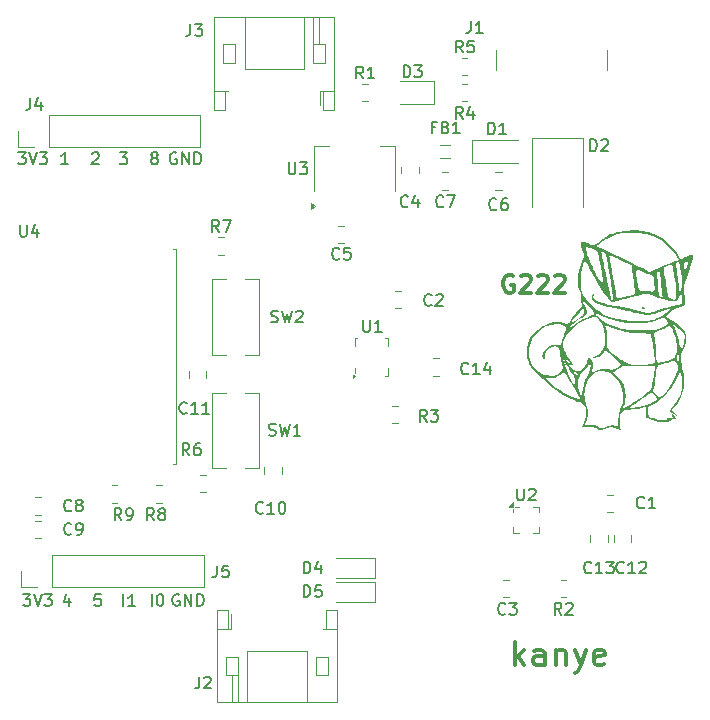
<source format=gbr>
%TF.GenerationSoftware,KiCad,Pcbnew,9.0.2*%
%TF.CreationDate,2025-07-09T07:13:16+08:00*%
%TF.ProjectId,imu,696d752e-6b69-4636-9164-5f7063625858,rev?*%
%TF.SameCoordinates,Original*%
%TF.FileFunction,Legend,Top*%
%TF.FilePolarity,Positive*%
%FSLAX46Y46*%
G04 Gerber Fmt 4.6, Leading zero omitted, Abs format (unit mm)*
G04 Created by KiCad (PCBNEW 9.0.2) date 2025-07-09 07:13:16*
%MOMM*%
%LPD*%
G01*
G04 APERTURE LIST*
%ADD10C,0.150000*%
%ADD11C,0.300000*%
%ADD12C,0.120000*%
%ADD13C,0.000000*%
G04 APERTURE END LIST*
D10*
X129460588Y-88517438D02*
X129365350Y-88469819D01*
X129365350Y-88469819D02*
X129222493Y-88469819D01*
X129222493Y-88469819D02*
X129079636Y-88517438D01*
X129079636Y-88517438D02*
X128984398Y-88612676D01*
X128984398Y-88612676D02*
X128936779Y-88707914D01*
X128936779Y-88707914D02*
X128889160Y-88898390D01*
X128889160Y-88898390D02*
X128889160Y-89041247D01*
X128889160Y-89041247D02*
X128936779Y-89231723D01*
X128936779Y-89231723D02*
X128984398Y-89326961D01*
X128984398Y-89326961D02*
X129079636Y-89422200D01*
X129079636Y-89422200D02*
X129222493Y-89469819D01*
X129222493Y-89469819D02*
X129317731Y-89469819D01*
X129317731Y-89469819D02*
X129460588Y-89422200D01*
X129460588Y-89422200D02*
X129508207Y-89374580D01*
X129508207Y-89374580D02*
X129508207Y-89041247D01*
X129508207Y-89041247D02*
X129317731Y-89041247D01*
X129936779Y-89469819D02*
X129936779Y-88469819D01*
X129936779Y-88469819D02*
X130508207Y-89469819D01*
X130508207Y-89469819D02*
X130508207Y-88469819D01*
X130984398Y-89469819D02*
X130984398Y-88469819D01*
X130984398Y-88469819D02*
X131222493Y-88469819D01*
X131222493Y-88469819D02*
X131365350Y-88517438D01*
X131365350Y-88517438D02*
X131460588Y-88612676D01*
X131460588Y-88612676D02*
X131508207Y-88707914D01*
X131508207Y-88707914D02*
X131555826Y-88898390D01*
X131555826Y-88898390D02*
X131555826Y-89041247D01*
X131555826Y-89041247D02*
X131508207Y-89231723D01*
X131508207Y-89231723D02*
X131460588Y-89326961D01*
X131460588Y-89326961D02*
X131365350Y-89422200D01*
X131365350Y-89422200D02*
X131222493Y-89469819D01*
X131222493Y-89469819D02*
X130984398Y-89469819D01*
X127136779Y-89469819D02*
X127136779Y-88469819D01*
X127803445Y-88469819D02*
X127898683Y-88469819D01*
X127898683Y-88469819D02*
X127993921Y-88517438D01*
X127993921Y-88517438D02*
X128041540Y-88565057D01*
X128041540Y-88565057D02*
X128089159Y-88660295D01*
X128089159Y-88660295D02*
X128136778Y-88850771D01*
X128136778Y-88850771D02*
X128136778Y-89088866D01*
X128136778Y-89088866D02*
X128089159Y-89279342D01*
X128089159Y-89279342D02*
X128041540Y-89374580D01*
X128041540Y-89374580D02*
X127993921Y-89422200D01*
X127993921Y-89422200D02*
X127898683Y-89469819D01*
X127898683Y-89469819D02*
X127803445Y-89469819D01*
X127803445Y-89469819D02*
X127708207Y-89422200D01*
X127708207Y-89422200D02*
X127660588Y-89374580D01*
X127660588Y-89374580D02*
X127612969Y-89279342D01*
X127612969Y-89279342D02*
X127565350Y-89088866D01*
X127565350Y-89088866D02*
X127565350Y-88850771D01*
X127565350Y-88850771D02*
X127612969Y-88660295D01*
X127612969Y-88660295D02*
X127660588Y-88565057D01*
X127660588Y-88565057D02*
X127708207Y-88517438D01*
X127708207Y-88517438D02*
X127803445Y-88469819D01*
X124736779Y-89469819D02*
X124736779Y-88469819D01*
X125736778Y-89469819D02*
X125165350Y-89469819D01*
X125451064Y-89469819D02*
X125451064Y-88469819D01*
X125451064Y-88469819D02*
X125355826Y-88612676D01*
X125355826Y-88612676D02*
X125260588Y-88707914D01*
X125260588Y-88707914D02*
X125165350Y-88755533D01*
X122812969Y-88469819D02*
X122336779Y-88469819D01*
X122336779Y-88469819D02*
X122289160Y-88946009D01*
X122289160Y-88946009D02*
X122336779Y-88898390D01*
X122336779Y-88898390D02*
X122432017Y-88850771D01*
X122432017Y-88850771D02*
X122670112Y-88850771D01*
X122670112Y-88850771D02*
X122765350Y-88898390D01*
X122765350Y-88898390D02*
X122812969Y-88946009D01*
X122812969Y-88946009D02*
X122860588Y-89041247D01*
X122860588Y-89041247D02*
X122860588Y-89279342D01*
X122860588Y-89279342D02*
X122812969Y-89374580D01*
X122812969Y-89374580D02*
X122765350Y-89422200D01*
X122765350Y-89422200D02*
X122670112Y-89469819D01*
X122670112Y-89469819D02*
X122432017Y-89469819D01*
X122432017Y-89469819D02*
X122336779Y-89422200D01*
X122336779Y-89422200D02*
X122289160Y-89374580D01*
X120165350Y-88803152D02*
X120165350Y-89469819D01*
X119927255Y-88422200D02*
X119689160Y-89136485D01*
X119689160Y-89136485D02*
X120308207Y-89136485D01*
X116241541Y-88469819D02*
X116860588Y-88469819D01*
X116860588Y-88469819D02*
X116527255Y-88850771D01*
X116527255Y-88850771D02*
X116670112Y-88850771D01*
X116670112Y-88850771D02*
X116765350Y-88898390D01*
X116765350Y-88898390D02*
X116812969Y-88946009D01*
X116812969Y-88946009D02*
X116860588Y-89041247D01*
X116860588Y-89041247D02*
X116860588Y-89279342D01*
X116860588Y-89279342D02*
X116812969Y-89374580D01*
X116812969Y-89374580D02*
X116765350Y-89422200D01*
X116765350Y-89422200D02*
X116670112Y-89469819D01*
X116670112Y-89469819D02*
X116384398Y-89469819D01*
X116384398Y-89469819D02*
X116289160Y-89422200D01*
X116289160Y-89422200D02*
X116241541Y-89374580D01*
X117146303Y-88469819D02*
X117479636Y-89469819D01*
X117479636Y-89469819D02*
X117812969Y-88469819D01*
X118051065Y-88469819D02*
X118670112Y-88469819D01*
X118670112Y-88469819D02*
X118336779Y-88850771D01*
X118336779Y-88850771D02*
X118479636Y-88850771D01*
X118479636Y-88850771D02*
X118574874Y-88898390D01*
X118574874Y-88898390D02*
X118622493Y-88946009D01*
X118622493Y-88946009D02*
X118670112Y-89041247D01*
X118670112Y-89041247D02*
X118670112Y-89279342D01*
X118670112Y-89279342D02*
X118622493Y-89374580D01*
X118622493Y-89374580D02*
X118574874Y-89422200D01*
X118574874Y-89422200D02*
X118479636Y-89469819D01*
X118479636Y-89469819D02*
X118193922Y-89469819D01*
X118193922Y-89469819D02*
X118098684Y-89422200D01*
X118098684Y-89422200D02*
X118051065Y-89374580D01*
X127279636Y-51498390D02*
X127184398Y-51450771D01*
X127184398Y-51450771D02*
X127136779Y-51403152D01*
X127136779Y-51403152D02*
X127089160Y-51307914D01*
X127089160Y-51307914D02*
X127089160Y-51260295D01*
X127089160Y-51260295D02*
X127136779Y-51165057D01*
X127136779Y-51165057D02*
X127184398Y-51117438D01*
X127184398Y-51117438D02*
X127279636Y-51069819D01*
X127279636Y-51069819D02*
X127470112Y-51069819D01*
X127470112Y-51069819D02*
X127565350Y-51117438D01*
X127565350Y-51117438D02*
X127612969Y-51165057D01*
X127612969Y-51165057D02*
X127660588Y-51260295D01*
X127660588Y-51260295D02*
X127660588Y-51307914D01*
X127660588Y-51307914D02*
X127612969Y-51403152D01*
X127612969Y-51403152D02*
X127565350Y-51450771D01*
X127565350Y-51450771D02*
X127470112Y-51498390D01*
X127470112Y-51498390D02*
X127279636Y-51498390D01*
X127279636Y-51498390D02*
X127184398Y-51546009D01*
X127184398Y-51546009D02*
X127136779Y-51593628D01*
X127136779Y-51593628D02*
X127089160Y-51688866D01*
X127089160Y-51688866D02*
X127089160Y-51879342D01*
X127089160Y-51879342D02*
X127136779Y-51974580D01*
X127136779Y-51974580D02*
X127184398Y-52022200D01*
X127184398Y-52022200D02*
X127279636Y-52069819D01*
X127279636Y-52069819D02*
X127470112Y-52069819D01*
X127470112Y-52069819D02*
X127565350Y-52022200D01*
X127565350Y-52022200D02*
X127612969Y-51974580D01*
X127612969Y-51974580D02*
X127660588Y-51879342D01*
X127660588Y-51879342D02*
X127660588Y-51688866D01*
X127660588Y-51688866D02*
X127612969Y-51593628D01*
X127612969Y-51593628D02*
X127565350Y-51546009D01*
X127565350Y-51546009D02*
X127470112Y-51498390D01*
X124441541Y-51069819D02*
X125060588Y-51069819D01*
X125060588Y-51069819D02*
X124727255Y-51450771D01*
X124727255Y-51450771D02*
X124870112Y-51450771D01*
X124870112Y-51450771D02*
X124965350Y-51498390D01*
X124965350Y-51498390D02*
X125012969Y-51546009D01*
X125012969Y-51546009D02*
X125060588Y-51641247D01*
X125060588Y-51641247D02*
X125060588Y-51879342D01*
X125060588Y-51879342D02*
X125012969Y-51974580D01*
X125012969Y-51974580D02*
X124965350Y-52022200D01*
X124965350Y-52022200D02*
X124870112Y-52069819D01*
X124870112Y-52069819D02*
X124584398Y-52069819D01*
X124584398Y-52069819D02*
X124489160Y-52022200D01*
X124489160Y-52022200D02*
X124441541Y-51974580D01*
X122089160Y-51165057D02*
X122136779Y-51117438D01*
X122136779Y-51117438D02*
X122232017Y-51069819D01*
X122232017Y-51069819D02*
X122470112Y-51069819D01*
X122470112Y-51069819D02*
X122565350Y-51117438D01*
X122565350Y-51117438D02*
X122612969Y-51165057D01*
X122612969Y-51165057D02*
X122660588Y-51260295D01*
X122660588Y-51260295D02*
X122660588Y-51355533D01*
X122660588Y-51355533D02*
X122612969Y-51498390D01*
X122612969Y-51498390D02*
X122041541Y-52069819D01*
X122041541Y-52069819D02*
X122660588Y-52069819D01*
X120060588Y-52069819D02*
X119489160Y-52069819D01*
X119774874Y-52069819D02*
X119774874Y-51069819D01*
X119774874Y-51069819D02*
X119679636Y-51212676D01*
X119679636Y-51212676D02*
X119584398Y-51307914D01*
X119584398Y-51307914D02*
X119489160Y-51355533D01*
X115841541Y-51069819D02*
X116460588Y-51069819D01*
X116460588Y-51069819D02*
X116127255Y-51450771D01*
X116127255Y-51450771D02*
X116270112Y-51450771D01*
X116270112Y-51450771D02*
X116365350Y-51498390D01*
X116365350Y-51498390D02*
X116412969Y-51546009D01*
X116412969Y-51546009D02*
X116460588Y-51641247D01*
X116460588Y-51641247D02*
X116460588Y-51879342D01*
X116460588Y-51879342D02*
X116412969Y-51974580D01*
X116412969Y-51974580D02*
X116365350Y-52022200D01*
X116365350Y-52022200D02*
X116270112Y-52069819D01*
X116270112Y-52069819D02*
X115984398Y-52069819D01*
X115984398Y-52069819D02*
X115889160Y-52022200D01*
X115889160Y-52022200D02*
X115841541Y-51974580D01*
X116746303Y-51069819D02*
X117079636Y-52069819D01*
X117079636Y-52069819D02*
X117412969Y-51069819D01*
X117651065Y-51069819D02*
X118270112Y-51069819D01*
X118270112Y-51069819D02*
X117936779Y-51450771D01*
X117936779Y-51450771D02*
X118079636Y-51450771D01*
X118079636Y-51450771D02*
X118174874Y-51498390D01*
X118174874Y-51498390D02*
X118222493Y-51546009D01*
X118222493Y-51546009D02*
X118270112Y-51641247D01*
X118270112Y-51641247D02*
X118270112Y-51879342D01*
X118270112Y-51879342D02*
X118222493Y-51974580D01*
X118222493Y-51974580D02*
X118174874Y-52022200D01*
X118174874Y-52022200D02*
X118079636Y-52069819D01*
X118079636Y-52069819D02*
X117793922Y-52069819D01*
X117793922Y-52069819D02*
X117698684Y-52022200D01*
X117698684Y-52022200D02*
X117651065Y-51974580D01*
D11*
X157923558Y-94489638D02*
X157923558Y-92489638D01*
X158114034Y-93727733D02*
X158685463Y-94489638D01*
X158685463Y-93156304D02*
X157923558Y-93918209D01*
X160399749Y-94489638D02*
X160399749Y-93442019D01*
X160399749Y-93442019D02*
X160304511Y-93251542D01*
X160304511Y-93251542D02*
X160114035Y-93156304D01*
X160114035Y-93156304D02*
X159733082Y-93156304D01*
X159733082Y-93156304D02*
X159542606Y-93251542D01*
X160399749Y-94394400D02*
X160209273Y-94489638D01*
X160209273Y-94489638D02*
X159733082Y-94489638D01*
X159733082Y-94489638D02*
X159542606Y-94394400D01*
X159542606Y-94394400D02*
X159447368Y-94203923D01*
X159447368Y-94203923D02*
X159447368Y-94013447D01*
X159447368Y-94013447D02*
X159542606Y-93822971D01*
X159542606Y-93822971D02*
X159733082Y-93727733D01*
X159733082Y-93727733D02*
X160209273Y-93727733D01*
X160209273Y-93727733D02*
X160399749Y-93632495D01*
X161352130Y-93156304D02*
X161352130Y-94489638D01*
X161352130Y-93346780D02*
X161447368Y-93251542D01*
X161447368Y-93251542D02*
X161637844Y-93156304D01*
X161637844Y-93156304D02*
X161923559Y-93156304D01*
X161923559Y-93156304D02*
X162114035Y-93251542D01*
X162114035Y-93251542D02*
X162209273Y-93442019D01*
X162209273Y-93442019D02*
X162209273Y-94489638D01*
X162971178Y-93156304D02*
X163447368Y-94489638D01*
X163923559Y-93156304D02*
X163447368Y-94489638D01*
X163447368Y-94489638D02*
X163256892Y-94965828D01*
X163256892Y-94965828D02*
X163161654Y-95061066D01*
X163161654Y-95061066D02*
X162971178Y-95156304D01*
X165447369Y-94394400D02*
X165256893Y-94489638D01*
X165256893Y-94489638D02*
X164875940Y-94489638D01*
X164875940Y-94489638D02*
X164685464Y-94394400D01*
X164685464Y-94394400D02*
X164590226Y-94203923D01*
X164590226Y-94203923D02*
X164590226Y-93442019D01*
X164590226Y-93442019D02*
X164685464Y-93251542D01*
X164685464Y-93251542D02*
X164875940Y-93156304D01*
X164875940Y-93156304D02*
X165256893Y-93156304D01*
X165256893Y-93156304D02*
X165447369Y-93251542D01*
X165447369Y-93251542D02*
X165542607Y-93442019D01*
X165542607Y-93442019D02*
X165542607Y-93632495D01*
X165542607Y-93632495D02*
X164590226Y-93822971D01*
D10*
X129238095Y-51117438D02*
X129142857Y-51069819D01*
X129142857Y-51069819D02*
X129000000Y-51069819D01*
X129000000Y-51069819D02*
X128857143Y-51117438D01*
X128857143Y-51117438D02*
X128761905Y-51212676D01*
X128761905Y-51212676D02*
X128714286Y-51307914D01*
X128714286Y-51307914D02*
X128666667Y-51498390D01*
X128666667Y-51498390D02*
X128666667Y-51641247D01*
X128666667Y-51641247D02*
X128714286Y-51831723D01*
X128714286Y-51831723D02*
X128761905Y-51926961D01*
X128761905Y-51926961D02*
X128857143Y-52022200D01*
X128857143Y-52022200D02*
X129000000Y-52069819D01*
X129000000Y-52069819D02*
X129095238Y-52069819D01*
X129095238Y-52069819D02*
X129238095Y-52022200D01*
X129238095Y-52022200D02*
X129285714Y-51974580D01*
X129285714Y-51974580D02*
X129285714Y-51641247D01*
X129285714Y-51641247D02*
X129095238Y-51641247D01*
X129714286Y-52069819D02*
X129714286Y-51069819D01*
X129714286Y-51069819D02*
X130285714Y-52069819D01*
X130285714Y-52069819D02*
X130285714Y-51069819D01*
X130761905Y-52069819D02*
X130761905Y-51069819D01*
X130761905Y-51069819D02*
X131000000Y-51069819D01*
X131000000Y-51069819D02*
X131142857Y-51117438D01*
X131142857Y-51117438D02*
X131238095Y-51212676D01*
X131238095Y-51212676D02*
X131285714Y-51307914D01*
X131285714Y-51307914D02*
X131333333Y-51498390D01*
X131333333Y-51498390D02*
X131333333Y-51641247D01*
X131333333Y-51641247D02*
X131285714Y-51831723D01*
X131285714Y-51831723D02*
X131238095Y-51926961D01*
X131238095Y-51926961D02*
X131142857Y-52022200D01*
X131142857Y-52022200D02*
X131000000Y-52069819D01*
X131000000Y-52069819D02*
X130761905Y-52069819D01*
X115988095Y-57204819D02*
X115988095Y-58014342D01*
X115988095Y-58014342D02*
X116035714Y-58109580D01*
X116035714Y-58109580D02*
X116083333Y-58157200D01*
X116083333Y-58157200D02*
X116178571Y-58204819D01*
X116178571Y-58204819D02*
X116369047Y-58204819D01*
X116369047Y-58204819D02*
X116464285Y-58157200D01*
X116464285Y-58157200D02*
X116511904Y-58109580D01*
X116511904Y-58109580D02*
X116559523Y-58014342D01*
X116559523Y-58014342D02*
X116559523Y-57204819D01*
X117464285Y-57538152D02*
X117464285Y-58204819D01*
X117226190Y-57157200D02*
X116988095Y-57871485D01*
X116988095Y-57871485D02*
X117607142Y-57871485D01*
X154166666Y-39954819D02*
X154166666Y-40669104D01*
X154166666Y-40669104D02*
X154119047Y-40811961D01*
X154119047Y-40811961D02*
X154023809Y-40907200D01*
X154023809Y-40907200D02*
X153880952Y-40954819D01*
X153880952Y-40954819D02*
X153785714Y-40954819D01*
X155166666Y-40954819D02*
X154595238Y-40954819D01*
X154880952Y-40954819D02*
X154880952Y-39954819D01*
X154880952Y-39954819D02*
X154785714Y-40097676D01*
X154785714Y-40097676D02*
X154690476Y-40192914D01*
X154690476Y-40192914D02*
X154595238Y-40240533D01*
X127333333Y-82204819D02*
X127000000Y-81728628D01*
X126761905Y-82204819D02*
X126761905Y-81204819D01*
X126761905Y-81204819D02*
X127142857Y-81204819D01*
X127142857Y-81204819D02*
X127238095Y-81252438D01*
X127238095Y-81252438D02*
X127285714Y-81300057D01*
X127285714Y-81300057D02*
X127333333Y-81395295D01*
X127333333Y-81395295D02*
X127333333Y-81538152D01*
X127333333Y-81538152D02*
X127285714Y-81633390D01*
X127285714Y-81633390D02*
X127238095Y-81681009D01*
X127238095Y-81681009D02*
X127142857Y-81728628D01*
X127142857Y-81728628D02*
X126761905Y-81728628D01*
X127904762Y-81633390D02*
X127809524Y-81585771D01*
X127809524Y-81585771D02*
X127761905Y-81538152D01*
X127761905Y-81538152D02*
X127714286Y-81442914D01*
X127714286Y-81442914D02*
X127714286Y-81395295D01*
X127714286Y-81395295D02*
X127761905Y-81300057D01*
X127761905Y-81300057D02*
X127809524Y-81252438D01*
X127809524Y-81252438D02*
X127904762Y-81204819D01*
X127904762Y-81204819D02*
X128095238Y-81204819D01*
X128095238Y-81204819D02*
X128190476Y-81252438D01*
X128190476Y-81252438D02*
X128238095Y-81300057D01*
X128238095Y-81300057D02*
X128285714Y-81395295D01*
X128285714Y-81395295D02*
X128285714Y-81442914D01*
X128285714Y-81442914D02*
X128238095Y-81538152D01*
X128238095Y-81538152D02*
X128190476Y-81585771D01*
X128190476Y-81585771D02*
X128095238Y-81633390D01*
X128095238Y-81633390D02*
X127904762Y-81633390D01*
X127904762Y-81633390D02*
X127809524Y-81681009D01*
X127809524Y-81681009D02*
X127761905Y-81728628D01*
X127761905Y-81728628D02*
X127714286Y-81823866D01*
X127714286Y-81823866D02*
X127714286Y-82014342D01*
X127714286Y-82014342D02*
X127761905Y-82109580D01*
X127761905Y-82109580D02*
X127809524Y-82157200D01*
X127809524Y-82157200D02*
X127904762Y-82204819D01*
X127904762Y-82204819D02*
X128095238Y-82204819D01*
X128095238Y-82204819D02*
X128190476Y-82157200D01*
X128190476Y-82157200D02*
X128238095Y-82109580D01*
X128238095Y-82109580D02*
X128285714Y-82014342D01*
X128285714Y-82014342D02*
X128285714Y-81823866D01*
X128285714Y-81823866D02*
X128238095Y-81728628D01*
X128238095Y-81728628D02*
X128190476Y-81681009D01*
X128190476Y-81681009D02*
X128095238Y-81633390D01*
X148833333Y-55609580D02*
X148785714Y-55657200D01*
X148785714Y-55657200D02*
X148642857Y-55704819D01*
X148642857Y-55704819D02*
X148547619Y-55704819D01*
X148547619Y-55704819D02*
X148404762Y-55657200D01*
X148404762Y-55657200D02*
X148309524Y-55561961D01*
X148309524Y-55561961D02*
X148261905Y-55466723D01*
X148261905Y-55466723D02*
X148214286Y-55276247D01*
X148214286Y-55276247D02*
X148214286Y-55133390D01*
X148214286Y-55133390D02*
X148261905Y-54942914D01*
X148261905Y-54942914D02*
X148309524Y-54847676D01*
X148309524Y-54847676D02*
X148404762Y-54752438D01*
X148404762Y-54752438D02*
X148547619Y-54704819D01*
X148547619Y-54704819D02*
X148642857Y-54704819D01*
X148642857Y-54704819D02*
X148785714Y-54752438D01*
X148785714Y-54752438D02*
X148833333Y-54800057D01*
X149690476Y-55038152D02*
X149690476Y-55704819D01*
X149452381Y-54657200D02*
X149214286Y-55371485D01*
X149214286Y-55371485D02*
X149833333Y-55371485D01*
X153483333Y-42604819D02*
X153150000Y-42128628D01*
X152911905Y-42604819D02*
X152911905Y-41604819D01*
X152911905Y-41604819D02*
X153292857Y-41604819D01*
X153292857Y-41604819D02*
X153388095Y-41652438D01*
X153388095Y-41652438D02*
X153435714Y-41700057D01*
X153435714Y-41700057D02*
X153483333Y-41795295D01*
X153483333Y-41795295D02*
X153483333Y-41938152D01*
X153483333Y-41938152D02*
X153435714Y-42033390D01*
X153435714Y-42033390D02*
X153388095Y-42081009D01*
X153388095Y-42081009D02*
X153292857Y-42128628D01*
X153292857Y-42128628D02*
X152911905Y-42128628D01*
X154388095Y-41604819D02*
X153911905Y-41604819D01*
X153911905Y-41604819D02*
X153864286Y-42081009D01*
X153864286Y-42081009D02*
X153911905Y-42033390D01*
X153911905Y-42033390D02*
X154007143Y-41985771D01*
X154007143Y-41985771D02*
X154245238Y-41985771D01*
X154245238Y-41985771D02*
X154340476Y-42033390D01*
X154340476Y-42033390D02*
X154388095Y-42081009D01*
X154388095Y-42081009D02*
X154435714Y-42176247D01*
X154435714Y-42176247D02*
X154435714Y-42414342D01*
X154435714Y-42414342D02*
X154388095Y-42509580D01*
X154388095Y-42509580D02*
X154340476Y-42557200D01*
X154340476Y-42557200D02*
X154245238Y-42604819D01*
X154245238Y-42604819D02*
X154007143Y-42604819D01*
X154007143Y-42604819D02*
X153911905Y-42557200D01*
X153911905Y-42557200D02*
X153864286Y-42509580D01*
X148461905Y-44704819D02*
X148461905Y-43704819D01*
X148461905Y-43704819D02*
X148700000Y-43704819D01*
X148700000Y-43704819D02*
X148842857Y-43752438D01*
X148842857Y-43752438D02*
X148938095Y-43847676D01*
X148938095Y-43847676D02*
X148985714Y-43942914D01*
X148985714Y-43942914D02*
X149033333Y-44133390D01*
X149033333Y-44133390D02*
X149033333Y-44276247D01*
X149033333Y-44276247D02*
X148985714Y-44466723D01*
X148985714Y-44466723D02*
X148938095Y-44561961D01*
X148938095Y-44561961D02*
X148842857Y-44657200D01*
X148842857Y-44657200D02*
X148700000Y-44704819D01*
X148700000Y-44704819D02*
X148461905Y-44704819D01*
X149366667Y-43704819D02*
X149985714Y-43704819D01*
X149985714Y-43704819D02*
X149652381Y-44085771D01*
X149652381Y-44085771D02*
X149795238Y-44085771D01*
X149795238Y-44085771D02*
X149890476Y-44133390D01*
X149890476Y-44133390D02*
X149938095Y-44181009D01*
X149938095Y-44181009D02*
X149985714Y-44276247D01*
X149985714Y-44276247D02*
X149985714Y-44514342D01*
X149985714Y-44514342D02*
X149938095Y-44609580D01*
X149938095Y-44609580D02*
X149890476Y-44657200D01*
X149890476Y-44657200D02*
X149795238Y-44704819D01*
X149795238Y-44704819D02*
X149509524Y-44704819D01*
X149509524Y-44704819D02*
X149414286Y-44657200D01*
X149414286Y-44657200D02*
X149366667Y-44609580D01*
X130416666Y-40204819D02*
X130416666Y-40919104D01*
X130416666Y-40919104D02*
X130369047Y-41061961D01*
X130369047Y-41061961D02*
X130273809Y-41157200D01*
X130273809Y-41157200D02*
X130130952Y-41204819D01*
X130130952Y-41204819D02*
X130035714Y-41204819D01*
X130797619Y-40204819D02*
X131416666Y-40204819D01*
X131416666Y-40204819D02*
X131083333Y-40585771D01*
X131083333Y-40585771D02*
X131226190Y-40585771D01*
X131226190Y-40585771D02*
X131321428Y-40633390D01*
X131321428Y-40633390D02*
X131369047Y-40681009D01*
X131369047Y-40681009D02*
X131416666Y-40776247D01*
X131416666Y-40776247D02*
X131416666Y-41014342D01*
X131416666Y-41014342D02*
X131369047Y-41109580D01*
X131369047Y-41109580D02*
X131321428Y-41157200D01*
X131321428Y-41157200D02*
X131226190Y-41204819D01*
X131226190Y-41204819D02*
X130940476Y-41204819D01*
X130940476Y-41204819D02*
X130845238Y-41157200D01*
X130845238Y-41157200D02*
X130797619Y-41109580D01*
X130107142Y-73109580D02*
X130059523Y-73157200D01*
X130059523Y-73157200D02*
X129916666Y-73204819D01*
X129916666Y-73204819D02*
X129821428Y-73204819D01*
X129821428Y-73204819D02*
X129678571Y-73157200D01*
X129678571Y-73157200D02*
X129583333Y-73061961D01*
X129583333Y-73061961D02*
X129535714Y-72966723D01*
X129535714Y-72966723D02*
X129488095Y-72776247D01*
X129488095Y-72776247D02*
X129488095Y-72633390D01*
X129488095Y-72633390D02*
X129535714Y-72442914D01*
X129535714Y-72442914D02*
X129583333Y-72347676D01*
X129583333Y-72347676D02*
X129678571Y-72252438D01*
X129678571Y-72252438D02*
X129821428Y-72204819D01*
X129821428Y-72204819D02*
X129916666Y-72204819D01*
X129916666Y-72204819D02*
X130059523Y-72252438D01*
X130059523Y-72252438D02*
X130107142Y-72300057D01*
X131059523Y-73204819D02*
X130488095Y-73204819D01*
X130773809Y-73204819D02*
X130773809Y-72204819D01*
X130773809Y-72204819D02*
X130678571Y-72347676D01*
X130678571Y-72347676D02*
X130583333Y-72442914D01*
X130583333Y-72442914D02*
X130488095Y-72490533D01*
X132011904Y-73204819D02*
X131440476Y-73204819D01*
X131726190Y-73204819D02*
X131726190Y-72204819D01*
X131726190Y-72204819D02*
X131630952Y-72347676D01*
X131630952Y-72347676D02*
X131535714Y-72442914D01*
X131535714Y-72442914D02*
X131440476Y-72490533D01*
X153957142Y-69759580D02*
X153909523Y-69807200D01*
X153909523Y-69807200D02*
X153766666Y-69854819D01*
X153766666Y-69854819D02*
X153671428Y-69854819D01*
X153671428Y-69854819D02*
X153528571Y-69807200D01*
X153528571Y-69807200D02*
X153433333Y-69711961D01*
X153433333Y-69711961D02*
X153385714Y-69616723D01*
X153385714Y-69616723D02*
X153338095Y-69426247D01*
X153338095Y-69426247D02*
X153338095Y-69283390D01*
X153338095Y-69283390D02*
X153385714Y-69092914D01*
X153385714Y-69092914D02*
X153433333Y-68997676D01*
X153433333Y-68997676D02*
X153528571Y-68902438D01*
X153528571Y-68902438D02*
X153671428Y-68854819D01*
X153671428Y-68854819D02*
X153766666Y-68854819D01*
X153766666Y-68854819D02*
X153909523Y-68902438D01*
X153909523Y-68902438D02*
X153957142Y-68950057D01*
X154909523Y-69854819D02*
X154338095Y-69854819D01*
X154623809Y-69854819D02*
X154623809Y-68854819D01*
X154623809Y-68854819D02*
X154528571Y-68997676D01*
X154528571Y-68997676D02*
X154433333Y-69092914D01*
X154433333Y-69092914D02*
X154338095Y-69140533D01*
X155766666Y-69188152D02*
X155766666Y-69854819D01*
X155528571Y-68807200D02*
X155290476Y-69521485D01*
X155290476Y-69521485D02*
X155909523Y-69521485D01*
X130333333Y-76704819D02*
X130000000Y-76228628D01*
X129761905Y-76704819D02*
X129761905Y-75704819D01*
X129761905Y-75704819D02*
X130142857Y-75704819D01*
X130142857Y-75704819D02*
X130238095Y-75752438D01*
X130238095Y-75752438D02*
X130285714Y-75800057D01*
X130285714Y-75800057D02*
X130333333Y-75895295D01*
X130333333Y-75895295D02*
X130333333Y-76038152D01*
X130333333Y-76038152D02*
X130285714Y-76133390D01*
X130285714Y-76133390D02*
X130238095Y-76181009D01*
X130238095Y-76181009D02*
X130142857Y-76228628D01*
X130142857Y-76228628D02*
X129761905Y-76228628D01*
X131190476Y-75704819D02*
X131000000Y-75704819D01*
X131000000Y-75704819D02*
X130904762Y-75752438D01*
X130904762Y-75752438D02*
X130857143Y-75800057D01*
X130857143Y-75800057D02*
X130761905Y-75942914D01*
X130761905Y-75942914D02*
X130714286Y-76133390D01*
X130714286Y-76133390D02*
X130714286Y-76514342D01*
X130714286Y-76514342D02*
X130761905Y-76609580D01*
X130761905Y-76609580D02*
X130809524Y-76657200D01*
X130809524Y-76657200D02*
X130904762Y-76704819D01*
X130904762Y-76704819D02*
X131095238Y-76704819D01*
X131095238Y-76704819D02*
X131190476Y-76657200D01*
X131190476Y-76657200D02*
X131238095Y-76609580D01*
X131238095Y-76609580D02*
X131285714Y-76514342D01*
X131285714Y-76514342D02*
X131285714Y-76276247D01*
X131285714Y-76276247D02*
X131238095Y-76181009D01*
X131238095Y-76181009D02*
X131190476Y-76133390D01*
X131190476Y-76133390D02*
X131095238Y-76085771D01*
X131095238Y-76085771D02*
X130904762Y-76085771D01*
X130904762Y-76085771D02*
X130809524Y-76133390D01*
X130809524Y-76133390D02*
X130761905Y-76181009D01*
X130761905Y-76181009D02*
X130714286Y-76276247D01*
X138738095Y-51904819D02*
X138738095Y-52714342D01*
X138738095Y-52714342D02*
X138785714Y-52809580D01*
X138785714Y-52809580D02*
X138833333Y-52857200D01*
X138833333Y-52857200D02*
X138928571Y-52904819D01*
X138928571Y-52904819D02*
X139119047Y-52904819D01*
X139119047Y-52904819D02*
X139214285Y-52857200D01*
X139214285Y-52857200D02*
X139261904Y-52809580D01*
X139261904Y-52809580D02*
X139309523Y-52714342D01*
X139309523Y-52714342D02*
X139309523Y-51904819D01*
X139690476Y-51904819D02*
X140309523Y-51904819D01*
X140309523Y-51904819D02*
X139976190Y-52285771D01*
X139976190Y-52285771D02*
X140119047Y-52285771D01*
X140119047Y-52285771D02*
X140214285Y-52333390D01*
X140214285Y-52333390D02*
X140261904Y-52381009D01*
X140261904Y-52381009D02*
X140309523Y-52476247D01*
X140309523Y-52476247D02*
X140309523Y-52714342D01*
X140309523Y-52714342D02*
X140261904Y-52809580D01*
X140261904Y-52809580D02*
X140214285Y-52857200D01*
X140214285Y-52857200D02*
X140119047Y-52904819D01*
X140119047Y-52904819D02*
X139833333Y-52904819D01*
X139833333Y-52904819D02*
X139738095Y-52857200D01*
X139738095Y-52857200D02*
X139690476Y-52809580D01*
D11*
X157750001Y-61499757D02*
X157607144Y-61428328D01*
X157607144Y-61428328D02*
X157392858Y-61428328D01*
X157392858Y-61428328D02*
X157178572Y-61499757D01*
X157178572Y-61499757D02*
X157035715Y-61642614D01*
X157035715Y-61642614D02*
X156964286Y-61785471D01*
X156964286Y-61785471D02*
X156892858Y-62071185D01*
X156892858Y-62071185D02*
X156892858Y-62285471D01*
X156892858Y-62285471D02*
X156964286Y-62571185D01*
X156964286Y-62571185D02*
X157035715Y-62714042D01*
X157035715Y-62714042D02*
X157178572Y-62856900D01*
X157178572Y-62856900D02*
X157392858Y-62928328D01*
X157392858Y-62928328D02*
X157535715Y-62928328D01*
X157535715Y-62928328D02*
X157750001Y-62856900D01*
X157750001Y-62856900D02*
X157821429Y-62785471D01*
X157821429Y-62785471D02*
X157821429Y-62285471D01*
X157821429Y-62285471D02*
X157535715Y-62285471D01*
X158392858Y-61571185D02*
X158464286Y-61499757D01*
X158464286Y-61499757D02*
X158607144Y-61428328D01*
X158607144Y-61428328D02*
X158964286Y-61428328D01*
X158964286Y-61428328D02*
X159107144Y-61499757D01*
X159107144Y-61499757D02*
X159178572Y-61571185D01*
X159178572Y-61571185D02*
X159250001Y-61714042D01*
X159250001Y-61714042D02*
X159250001Y-61856900D01*
X159250001Y-61856900D02*
X159178572Y-62071185D01*
X159178572Y-62071185D02*
X158321429Y-62928328D01*
X158321429Y-62928328D02*
X159250001Y-62928328D01*
X159821429Y-61571185D02*
X159892857Y-61499757D01*
X159892857Y-61499757D02*
X160035715Y-61428328D01*
X160035715Y-61428328D02*
X160392857Y-61428328D01*
X160392857Y-61428328D02*
X160535715Y-61499757D01*
X160535715Y-61499757D02*
X160607143Y-61571185D01*
X160607143Y-61571185D02*
X160678572Y-61714042D01*
X160678572Y-61714042D02*
X160678572Y-61856900D01*
X160678572Y-61856900D02*
X160607143Y-62071185D01*
X160607143Y-62071185D02*
X159750000Y-62928328D01*
X159750000Y-62928328D02*
X160678572Y-62928328D01*
X161250000Y-61571185D02*
X161321428Y-61499757D01*
X161321428Y-61499757D02*
X161464286Y-61428328D01*
X161464286Y-61428328D02*
X161821428Y-61428328D01*
X161821428Y-61428328D02*
X161964286Y-61499757D01*
X161964286Y-61499757D02*
X162035714Y-61571185D01*
X162035714Y-61571185D02*
X162107143Y-61714042D01*
X162107143Y-61714042D02*
X162107143Y-61856900D01*
X162107143Y-61856900D02*
X162035714Y-62071185D01*
X162035714Y-62071185D02*
X161178571Y-62928328D01*
X161178571Y-62928328D02*
X162107143Y-62928328D01*
D10*
X145038095Y-65254819D02*
X145038095Y-66064342D01*
X145038095Y-66064342D02*
X145085714Y-66159580D01*
X145085714Y-66159580D02*
X145133333Y-66207200D01*
X145133333Y-66207200D02*
X145228571Y-66254819D01*
X145228571Y-66254819D02*
X145419047Y-66254819D01*
X145419047Y-66254819D02*
X145514285Y-66207200D01*
X145514285Y-66207200D02*
X145561904Y-66159580D01*
X145561904Y-66159580D02*
X145609523Y-66064342D01*
X145609523Y-66064342D02*
X145609523Y-65254819D01*
X146609523Y-66254819D02*
X146038095Y-66254819D01*
X146323809Y-66254819D02*
X146323809Y-65254819D01*
X146323809Y-65254819D02*
X146228571Y-65397676D01*
X146228571Y-65397676D02*
X146133333Y-65492914D01*
X146133333Y-65492914D02*
X146038095Y-65540533D01*
X145038333Y-44799819D02*
X144705000Y-44323628D01*
X144466905Y-44799819D02*
X144466905Y-43799819D01*
X144466905Y-43799819D02*
X144847857Y-43799819D01*
X144847857Y-43799819D02*
X144943095Y-43847438D01*
X144943095Y-43847438D02*
X144990714Y-43895057D01*
X144990714Y-43895057D02*
X145038333Y-43990295D01*
X145038333Y-43990295D02*
X145038333Y-44133152D01*
X145038333Y-44133152D02*
X144990714Y-44228390D01*
X144990714Y-44228390D02*
X144943095Y-44276009D01*
X144943095Y-44276009D02*
X144847857Y-44323628D01*
X144847857Y-44323628D02*
X144466905Y-44323628D01*
X145990714Y-44799819D02*
X145419286Y-44799819D01*
X145705000Y-44799819D02*
X145705000Y-43799819D01*
X145705000Y-43799819D02*
X145609762Y-43942676D01*
X145609762Y-43942676D02*
X145514524Y-44037914D01*
X145514524Y-44037914D02*
X145419286Y-44085533D01*
X137066667Y-75007200D02*
X137209524Y-75054819D01*
X137209524Y-75054819D02*
X137447619Y-75054819D01*
X137447619Y-75054819D02*
X137542857Y-75007200D01*
X137542857Y-75007200D02*
X137590476Y-74959580D01*
X137590476Y-74959580D02*
X137638095Y-74864342D01*
X137638095Y-74864342D02*
X137638095Y-74769104D01*
X137638095Y-74769104D02*
X137590476Y-74673866D01*
X137590476Y-74673866D02*
X137542857Y-74626247D01*
X137542857Y-74626247D02*
X137447619Y-74578628D01*
X137447619Y-74578628D02*
X137257143Y-74531009D01*
X137257143Y-74531009D02*
X137161905Y-74483390D01*
X137161905Y-74483390D02*
X137114286Y-74435771D01*
X137114286Y-74435771D02*
X137066667Y-74340533D01*
X137066667Y-74340533D02*
X137066667Y-74245295D01*
X137066667Y-74245295D02*
X137114286Y-74150057D01*
X137114286Y-74150057D02*
X137161905Y-74102438D01*
X137161905Y-74102438D02*
X137257143Y-74054819D01*
X137257143Y-74054819D02*
X137495238Y-74054819D01*
X137495238Y-74054819D02*
X137638095Y-74102438D01*
X137971429Y-74054819D02*
X138209524Y-75054819D01*
X138209524Y-75054819D02*
X138400000Y-74340533D01*
X138400000Y-74340533D02*
X138590476Y-75054819D01*
X138590476Y-75054819D02*
X138828572Y-74054819D01*
X139733333Y-75054819D02*
X139161905Y-75054819D01*
X139447619Y-75054819D02*
X139447619Y-74054819D01*
X139447619Y-74054819D02*
X139352381Y-74197676D01*
X139352381Y-74197676D02*
X139257143Y-74292914D01*
X139257143Y-74292914D02*
X139161905Y-74340533D01*
X167107142Y-86609580D02*
X167059523Y-86657200D01*
X167059523Y-86657200D02*
X166916666Y-86704819D01*
X166916666Y-86704819D02*
X166821428Y-86704819D01*
X166821428Y-86704819D02*
X166678571Y-86657200D01*
X166678571Y-86657200D02*
X166583333Y-86561961D01*
X166583333Y-86561961D02*
X166535714Y-86466723D01*
X166535714Y-86466723D02*
X166488095Y-86276247D01*
X166488095Y-86276247D02*
X166488095Y-86133390D01*
X166488095Y-86133390D02*
X166535714Y-85942914D01*
X166535714Y-85942914D02*
X166583333Y-85847676D01*
X166583333Y-85847676D02*
X166678571Y-85752438D01*
X166678571Y-85752438D02*
X166821428Y-85704819D01*
X166821428Y-85704819D02*
X166916666Y-85704819D01*
X166916666Y-85704819D02*
X167059523Y-85752438D01*
X167059523Y-85752438D02*
X167107142Y-85800057D01*
X168059523Y-86704819D02*
X167488095Y-86704819D01*
X167773809Y-86704819D02*
X167773809Y-85704819D01*
X167773809Y-85704819D02*
X167678571Y-85847676D01*
X167678571Y-85847676D02*
X167583333Y-85942914D01*
X167583333Y-85942914D02*
X167488095Y-85990533D01*
X168440476Y-85800057D02*
X168488095Y-85752438D01*
X168488095Y-85752438D02*
X168583333Y-85704819D01*
X168583333Y-85704819D02*
X168821428Y-85704819D01*
X168821428Y-85704819D02*
X168916666Y-85752438D01*
X168916666Y-85752438D02*
X168964285Y-85800057D01*
X168964285Y-85800057D02*
X169011904Y-85895295D01*
X169011904Y-85895295D02*
X169011904Y-85990533D01*
X169011904Y-85990533D02*
X168964285Y-86133390D01*
X168964285Y-86133390D02*
X168392857Y-86704819D01*
X168392857Y-86704819D02*
X169011904Y-86704819D01*
X151833333Y-55609580D02*
X151785714Y-55657200D01*
X151785714Y-55657200D02*
X151642857Y-55704819D01*
X151642857Y-55704819D02*
X151547619Y-55704819D01*
X151547619Y-55704819D02*
X151404762Y-55657200D01*
X151404762Y-55657200D02*
X151309524Y-55561961D01*
X151309524Y-55561961D02*
X151261905Y-55466723D01*
X151261905Y-55466723D02*
X151214286Y-55276247D01*
X151214286Y-55276247D02*
X151214286Y-55133390D01*
X151214286Y-55133390D02*
X151261905Y-54942914D01*
X151261905Y-54942914D02*
X151309524Y-54847676D01*
X151309524Y-54847676D02*
X151404762Y-54752438D01*
X151404762Y-54752438D02*
X151547619Y-54704819D01*
X151547619Y-54704819D02*
X151642857Y-54704819D01*
X151642857Y-54704819D02*
X151785714Y-54752438D01*
X151785714Y-54752438D02*
X151833333Y-54800057D01*
X152166667Y-54704819D02*
X152833333Y-54704819D01*
X152833333Y-54704819D02*
X152404762Y-55704819D01*
X137266667Y-65407200D02*
X137409524Y-65454819D01*
X137409524Y-65454819D02*
X137647619Y-65454819D01*
X137647619Y-65454819D02*
X137742857Y-65407200D01*
X137742857Y-65407200D02*
X137790476Y-65359580D01*
X137790476Y-65359580D02*
X137838095Y-65264342D01*
X137838095Y-65264342D02*
X137838095Y-65169104D01*
X137838095Y-65169104D02*
X137790476Y-65073866D01*
X137790476Y-65073866D02*
X137742857Y-65026247D01*
X137742857Y-65026247D02*
X137647619Y-64978628D01*
X137647619Y-64978628D02*
X137457143Y-64931009D01*
X137457143Y-64931009D02*
X137361905Y-64883390D01*
X137361905Y-64883390D02*
X137314286Y-64835771D01*
X137314286Y-64835771D02*
X137266667Y-64740533D01*
X137266667Y-64740533D02*
X137266667Y-64645295D01*
X137266667Y-64645295D02*
X137314286Y-64550057D01*
X137314286Y-64550057D02*
X137361905Y-64502438D01*
X137361905Y-64502438D02*
X137457143Y-64454819D01*
X137457143Y-64454819D02*
X137695238Y-64454819D01*
X137695238Y-64454819D02*
X137838095Y-64502438D01*
X138171429Y-64454819D02*
X138409524Y-65454819D01*
X138409524Y-65454819D02*
X138600000Y-64740533D01*
X138600000Y-64740533D02*
X138790476Y-65454819D01*
X138790476Y-65454819D02*
X139028572Y-64454819D01*
X139361905Y-64550057D02*
X139409524Y-64502438D01*
X139409524Y-64502438D02*
X139504762Y-64454819D01*
X139504762Y-64454819D02*
X139742857Y-64454819D01*
X139742857Y-64454819D02*
X139838095Y-64502438D01*
X139838095Y-64502438D02*
X139885714Y-64550057D01*
X139885714Y-64550057D02*
X139933333Y-64645295D01*
X139933333Y-64645295D02*
X139933333Y-64740533D01*
X139933333Y-64740533D02*
X139885714Y-64883390D01*
X139885714Y-64883390D02*
X139314286Y-65454819D01*
X139314286Y-65454819D02*
X139933333Y-65454819D01*
X132833333Y-57804819D02*
X132500000Y-57328628D01*
X132261905Y-57804819D02*
X132261905Y-56804819D01*
X132261905Y-56804819D02*
X132642857Y-56804819D01*
X132642857Y-56804819D02*
X132738095Y-56852438D01*
X132738095Y-56852438D02*
X132785714Y-56900057D01*
X132785714Y-56900057D02*
X132833333Y-56995295D01*
X132833333Y-56995295D02*
X132833333Y-57138152D01*
X132833333Y-57138152D02*
X132785714Y-57233390D01*
X132785714Y-57233390D02*
X132738095Y-57281009D01*
X132738095Y-57281009D02*
X132642857Y-57328628D01*
X132642857Y-57328628D02*
X132261905Y-57328628D01*
X133166667Y-56804819D02*
X133833333Y-56804819D01*
X133833333Y-56804819D02*
X133404762Y-57804819D01*
X164357142Y-86609580D02*
X164309523Y-86657200D01*
X164309523Y-86657200D02*
X164166666Y-86704819D01*
X164166666Y-86704819D02*
X164071428Y-86704819D01*
X164071428Y-86704819D02*
X163928571Y-86657200D01*
X163928571Y-86657200D02*
X163833333Y-86561961D01*
X163833333Y-86561961D02*
X163785714Y-86466723D01*
X163785714Y-86466723D02*
X163738095Y-86276247D01*
X163738095Y-86276247D02*
X163738095Y-86133390D01*
X163738095Y-86133390D02*
X163785714Y-85942914D01*
X163785714Y-85942914D02*
X163833333Y-85847676D01*
X163833333Y-85847676D02*
X163928571Y-85752438D01*
X163928571Y-85752438D02*
X164071428Y-85704819D01*
X164071428Y-85704819D02*
X164166666Y-85704819D01*
X164166666Y-85704819D02*
X164309523Y-85752438D01*
X164309523Y-85752438D02*
X164357142Y-85800057D01*
X165309523Y-86704819D02*
X164738095Y-86704819D01*
X165023809Y-86704819D02*
X165023809Y-85704819D01*
X165023809Y-85704819D02*
X164928571Y-85847676D01*
X164928571Y-85847676D02*
X164833333Y-85942914D01*
X164833333Y-85942914D02*
X164738095Y-85990533D01*
X165642857Y-85704819D02*
X166261904Y-85704819D01*
X166261904Y-85704819D02*
X165928571Y-86085771D01*
X165928571Y-86085771D02*
X166071428Y-86085771D01*
X166071428Y-86085771D02*
X166166666Y-86133390D01*
X166166666Y-86133390D02*
X166214285Y-86181009D01*
X166214285Y-86181009D02*
X166261904Y-86276247D01*
X166261904Y-86276247D02*
X166261904Y-86514342D01*
X166261904Y-86514342D02*
X166214285Y-86609580D01*
X166214285Y-86609580D02*
X166166666Y-86657200D01*
X166166666Y-86657200D02*
X166071428Y-86704819D01*
X166071428Y-86704819D02*
X165785714Y-86704819D01*
X165785714Y-86704819D02*
X165690476Y-86657200D01*
X165690476Y-86657200D02*
X165642857Y-86609580D01*
X136557142Y-81559580D02*
X136509523Y-81607200D01*
X136509523Y-81607200D02*
X136366666Y-81654819D01*
X136366666Y-81654819D02*
X136271428Y-81654819D01*
X136271428Y-81654819D02*
X136128571Y-81607200D01*
X136128571Y-81607200D02*
X136033333Y-81511961D01*
X136033333Y-81511961D02*
X135985714Y-81416723D01*
X135985714Y-81416723D02*
X135938095Y-81226247D01*
X135938095Y-81226247D02*
X135938095Y-81083390D01*
X135938095Y-81083390D02*
X135985714Y-80892914D01*
X135985714Y-80892914D02*
X136033333Y-80797676D01*
X136033333Y-80797676D02*
X136128571Y-80702438D01*
X136128571Y-80702438D02*
X136271428Y-80654819D01*
X136271428Y-80654819D02*
X136366666Y-80654819D01*
X136366666Y-80654819D02*
X136509523Y-80702438D01*
X136509523Y-80702438D02*
X136557142Y-80750057D01*
X137509523Y-81654819D02*
X136938095Y-81654819D01*
X137223809Y-81654819D02*
X137223809Y-80654819D01*
X137223809Y-80654819D02*
X137128571Y-80797676D01*
X137128571Y-80797676D02*
X137033333Y-80892914D01*
X137033333Y-80892914D02*
X136938095Y-80940533D01*
X138128571Y-80654819D02*
X138223809Y-80654819D01*
X138223809Y-80654819D02*
X138319047Y-80702438D01*
X138319047Y-80702438D02*
X138366666Y-80750057D01*
X138366666Y-80750057D02*
X138414285Y-80845295D01*
X138414285Y-80845295D02*
X138461904Y-81035771D01*
X138461904Y-81035771D02*
X138461904Y-81273866D01*
X138461904Y-81273866D02*
X138414285Y-81464342D01*
X138414285Y-81464342D02*
X138366666Y-81559580D01*
X138366666Y-81559580D02*
X138319047Y-81607200D01*
X138319047Y-81607200D02*
X138223809Y-81654819D01*
X138223809Y-81654819D02*
X138128571Y-81654819D01*
X138128571Y-81654819D02*
X138033333Y-81607200D01*
X138033333Y-81607200D02*
X137985714Y-81559580D01*
X137985714Y-81559580D02*
X137938095Y-81464342D01*
X137938095Y-81464342D02*
X137890476Y-81273866D01*
X137890476Y-81273866D02*
X137890476Y-81035771D01*
X137890476Y-81035771D02*
X137938095Y-80845295D01*
X137938095Y-80845295D02*
X137985714Y-80750057D01*
X137985714Y-80750057D02*
X138033333Y-80702438D01*
X138033333Y-80702438D02*
X138128571Y-80654819D01*
X132666666Y-86054819D02*
X132666666Y-86769104D01*
X132666666Y-86769104D02*
X132619047Y-86911961D01*
X132619047Y-86911961D02*
X132523809Y-87007200D01*
X132523809Y-87007200D02*
X132380952Y-87054819D01*
X132380952Y-87054819D02*
X132285714Y-87054819D01*
X133619047Y-86054819D02*
X133142857Y-86054819D01*
X133142857Y-86054819D02*
X133095238Y-86531009D01*
X133095238Y-86531009D02*
X133142857Y-86483390D01*
X133142857Y-86483390D02*
X133238095Y-86435771D01*
X133238095Y-86435771D02*
X133476190Y-86435771D01*
X133476190Y-86435771D02*
X133571428Y-86483390D01*
X133571428Y-86483390D02*
X133619047Y-86531009D01*
X133619047Y-86531009D02*
X133666666Y-86626247D01*
X133666666Y-86626247D02*
X133666666Y-86864342D01*
X133666666Y-86864342D02*
X133619047Y-86959580D01*
X133619047Y-86959580D02*
X133571428Y-87007200D01*
X133571428Y-87007200D02*
X133476190Y-87054819D01*
X133476190Y-87054819D02*
X133238095Y-87054819D01*
X133238095Y-87054819D02*
X133142857Y-87007200D01*
X133142857Y-87007200D02*
X133095238Y-86959580D01*
X158075595Y-79529819D02*
X158075595Y-80339342D01*
X158075595Y-80339342D02*
X158123214Y-80434580D01*
X158123214Y-80434580D02*
X158170833Y-80482200D01*
X158170833Y-80482200D02*
X158266071Y-80529819D01*
X158266071Y-80529819D02*
X158456547Y-80529819D01*
X158456547Y-80529819D02*
X158551785Y-80482200D01*
X158551785Y-80482200D02*
X158599404Y-80434580D01*
X158599404Y-80434580D02*
X158647023Y-80339342D01*
X158647023Y-80339342D02*
X158647023Y-79529819D01*
X159075595Y-79625057D02*
X159123214Y-79577438D01*
X159123214Y-79577438D02*
X159218452Y-79529819D01*
X159218452Y-79529819D02*
X159456547Y-79529819D01*
X159456547Y-79529819D02*
X159551785Y-79577438D01*
X159551785Y-79577438D02*
X159599404Y-79625057D01*
X159599404Y-79625057D02*
X159647023Y-79720295D01*
X159647023Y-79720295D02*
X159647023Y-79815533D01*
X159647023Y-79815533D02*
X159599404Y-79958390D01*
X159599404Y-79958390D02*
X159027976Y-80529819D01*
X159027976Y-80529819D02*
X159647023Y-80529819D01*
X155634905Y-49549819D02*
X155634905Y-48549819D01*
X155634905Y-48549819D02*
X155873000Y-48549819D01*
X155873000Y-48549819D02*
X156015857Y-48597438D01*
X156015857Y-48597438D02*
X156111095Y-48692676D01*
X156111095Y-48692676D02*
X156158714Y-48787914D01*
X156158714Y-48787914D02*
X156206333Y-48978390D01*
X156206333Y-48978390D02*
X156206333Y-49121247D01*
X156206333Y-49121247D02*
X156158714Y-49311723D01*
X156158714Y-49311723D02*
X156111095Y-49406961D01*
X156111095Y-49406961D02*
X156015857Y-49502200D01*
X156015857Y-49502200D02*
X155873000Y-49549819D01*
X155873000Y-49549819D02*
X155634905Y-49549819D01*
X157158714Y-49549819D02*
X156587286Y-49549819D01*
X156873000Y-49549819D02*
X156873000Y-48549819D01*
X156873000Y-48549819D02*
X156777762Y-48692676D01*
X156777762Y-48692676D02*
X156682524Y-48787914D01*
X156682524Y-48787914D02*
X156587286Y-48835533D01*
X153483333Y-48204819D02*
X153150000Y-47728628D01*
X152911905Y-48204819D02*
X152911905Y-47204819D01*
X152911905Y-47204819D02*
X153292857Y-47204819D01*
X153292857Y-47204819D02*
X153388095Y-47252438D01*
X153388095Y-47252438D02*
X153435714Y-47300057D01*
X153435714Y-47300057D02*
X153483333Y-47395295D01*
X153483333Y-47395295D02*
X153483333Y-47538152D01*
X153483333Y-47538152D02*
X153435714Y-47633390D01*
X153435714Y-47633390D02*
X153388095Y-47681009D01*
X153388095Y-47681009D02*
X153292857Y-47728628D01*
X153292857Y-47728628D02*
X152911905Y-47728628D01*
X154340476Y-47538152D02*
X154340476Y-48204819D01*
X154102381Y-47157200D02*
X153864286Y-47871485D01*
X153864286Y-47871485D02*
X154483333Y-47871485D01*
X120333333Y-83359580D02*
X120285714Y-83407200D01*
X120285714Y-83407200D02*
X120142857Y-83454819D01*
X120142857Y-83454819D02*
X120047619Y-83454819D01*
X120047619Y-83454819D02*
X119904762Y-83407200D01*
X119904762Y-83407200D02*
X119809524Y-83311961D01*
X119809524Y-83311961D02*
X119761905Y-83216723D01*
X119761905Y-83216723D02*
X119714286Y-83026247D01*
X119714286Y-83026247D02*
X119714286Y-82883390D01*
X119714286Y-82883390D02*
X119761905Y-82692914D01*
X119761905Y-82692914D02*
X119809524Y-82597676D01*
X119809524Y-82597676D02*
X119904762Y-82502438D01*
X119904762Y-82502438D02*
X120047619Y-82454819D01*
X120047619Y-82454819D02*
X120142857Y-82454819D01*
X120142857Y-82454819D02*
X120285714Y-82502438D01*
X120285714Y-82502438D02*
X120333333Y-82550057D01*
X120809524Y-83454819D02*
X121000000Y-83454819D01*
X121000000Y-83454819D02*
X121095238Y-83407200D01*
X121095238Y-83407200D02*
X121142857Y-83359580D01*
X121142857Y-83359580D02*
X121238095Y-83216723D01*
X121238095Y-83216723D02*
X121285714Y-83026247D01*
X121285714Y-83026247D02*
X121285714Y-82645295D01*
X121285714Y-82645295D02*
X121238095Y-82550057D01*
X121238095Y-82550057D02*
X121190476Y-82502438D01*
X121190476Y-82502438D02*
X121095238Y-82454819D01*
X121095238Y-82454819D02*
X120904762Y-82454819D01*
X120904762Y-82454819D02*
X120809524Y-82502438D01*
X120809524Y-82502438D02*
X120761905Y-82550057D01*
X120761905Y-82550057D02*
X120714286Y-82645295D01*
X120714286Y-82645295D02*
X120714286Y-82883390D01*
X120714286Y-82883390D02*
X120761905Y-82978628D01*
X120761905Y-82978628D02*
X120809524Y-83026247D01*
X120809524Y-83026247D02*
X120904762Y-83073866D01*
X120904762Y-83073866D02*
X121095238Y-83073866D01*
X121095238Y-83073866D02*
X121190476Y-83026247D01*
X121190476Y-83026247D02*
X121238095Y-82978628D01*
X121238095Y-82978628D02*
X121285714Y-82883390D01*
X140011905Y-88704819D02*
X140011905Y-87704819D01*
X140011905Y-87704819D02*
X140250000Y-87704819D01*
X140250000Y-87704819D02*
X140392857Y-87752438D01*
X140392857Y-87752438D02*
X140488095Y-87847676D01*
X140488095Y-87847676D02*
X140535714Y-87942914D01*
X140535714Y-87942914D02*
X140583333Y-88133390D01*
X140583333Y-88133390D02*
X140583333Y-88276247D01*
X140583333Y-88276247D02*
X140535714Y-88466723D01*
X140535714Y-88466723D02*
X140488095Y-88561961D01*
X140488095Y-88561961D02*
X140392857Y-88657200D01*
X140392857Y-88657200D02*
X140250000Y-88704819D01*
X140250000Y-88704819D02*
X140011905Y-88704819D01*
X141488095Y-87704819D02*
X141011905Y-87704819D01*
X141011905Y-87704819D02*
X140964286Y-88181009D01*
X140964286Y-88181009D02*
X141011905Y-88133390D01*
X141011905Y-88133390D02*
X141107143Y-88085771D01*
X141107143Y-88085771D02*
X141345238Y-88085771D01*
X141345238Y-88085771D02*
X141440476Y-88133390D01*
X141440476Y-88133390D02*
X141488095Y-88181009D01*
X141488095Y-88181009D02*
X141535714Y-88276247D01*
X141535714Y-88276247D02*
X141535714Y-88514342D01*
X141535714Y-88514342D02*
X141488095Y-88609580D01*
X141488095Y-88609580D02*
X141440476Y-88657200D01*
X141440476Y-88657200D02*
X141345238Y-88704819D01*
X141345238Y-88704819D02*
X141107143Y-88704819D01*
X141107143Y-88704819D02*
X141011905Y-88657200D01*
X141011905Y-88657200D02*
X140964286Y-88609580D01*
X143033333Y-60039580D02*
X142985714Y-60087200D01*
X142985714Y-60087200D02*
X142842857Y-60134819D01*
X142842857Y-60134819D02*
X142747619Y-60134819D01*
X142747619Y-60134819D02*
X142604762Y-60087200D01*
X142604762Y-60087200D02*
X142509524Y-59991961D01*
X142509524Y-59991961D02*
X142461905Y-59896723D01*
X142461905Y-59896723D02*
X142414286Y-59706247D01*
X142414286Y-59706247D02*
X142414286Y-59563390D01*
X142414286Y-59563390D02*
X142461905Y-59372914D01*
X142461905Y-59372914D02*
X142509524Y-59277676D01*
X142509524Y-59277676D02*
X142604762Y-59182438D01*
X142604762Y-59182438D02*
X142747619Y-59134819D01*
X142747619Y-59134819D02*
X142842857Y-59134819D01*
X142842857Y-59134819D02*
X142985714Y-59182438D01*
X142985714Y-59182438D02*
X143033333Y-59230057D01*
X143938095Y-59134819D02*
X143461905Y-59134819D01*
X143461905Y-59134819D02*
X143414286Y-59611009D01*
X143414286Y-59611009D02*
X143461905Y-59563390D01*
X143461905Y-59563390D02*
X143557143Y-59515771D01*
X143557143Y-59515771D02*
X143795238Y-59515771D01*
X143795238Y-59515771D02*
X143890476Y-59563390D01*
X143890476Y-59563390D02*
X143938095Y-59611009D01*
X143938095Y-59611009D02*
X143985714Y-59706247D01*
X143985714Y-59706247D02*
X143985714Y-59944342D01*
X143985714Y-59944342D02*
X143938095Y-60039580D01*
X143938095Y-60039580D02*
X143890476Y-60087200D01*
X143890476Y-60087200D02*
X143795238Y-60134819D01*
X143795238Y-60134819D02*
X143557143Y-60134819D01*
X143557143Y-60134819D02*
X143461905Y-60087200D01*
X143461905Y-60087200D02*
X143414286Y-60039580D01*
X164261905Y-50954819D02*
X164261905Y-49954819D01*
X164261905Y-49954819D02*
X164500000Y-49954819D01*
X164500000Y-49954819D02*
X164642857Y-50002438D01*
X164642857Y-50002438D02*
X164738095Y-50097676D01*
X164738095Y-50097676D02*
X164785714Y-50192914D01*
X164785714Y-50192914D02*
X164833333Y-50383390D01*
X164833333Y-50383390D02*
X164833333Y-50526247D01*
X164833333Y-50526247D02*
X164785714Y-50716723D01*
X164785714Y-50716723D02*
X164738095Y-50811961D01*
X164738095Y-50811961D02*
X164642857Y-50907200D01*
X164642857Y-50907200D02*
X164500000Y-50954819D01*
X164500000Y-50954819D02*
X164261905Y-50954819D01*
X165214286Y-50050057D02*
X165261905Y-50002438D01*
X165261905Y-50002438D02*
X165357143Y-49954819D01*
X165357143Y-49954819D02*
X165595238Y-49954819D01*
X165595238Y-49954819D02*
X165690476Y-50002438D01*
X165690476Y-50002438D02*
X165738095Y-50050057D01*
X165738095Y-50050057D02*
X165785714Y-50145295D01*
X165785714Y-50145295D02*
X165785714Y-50240533D01*
X165785714Y-50240533D02*
X165738095Y-50383390D01*
X165738095Y-50383390D02*
X165166667Y-50954819D01*
X165166667Y-50954819D02*
X165785714Y-50954819D01*
X131166666Y-95454819D02*
X131166666Y-96169104D01*
X131166666Y-96169104D02*
X131119047Y-96311961D01*
X131119047Y-96311961D02*
X131023809Y-96407200D01*
X131023809Y-96407200D02*
X130880952Y-96454819D01*
X130880952Y-96454819D02*
X130785714Y-96454819D01*
X131595238Y-95550057D02*
X131642857Y-95502438D01*
X131642857Y-95502438D02*
X131738095Y-95454819D01*
X131738095Y-95454819D02*
X131976190Y-95454819D01*
X131976190Y-95454819D02*
X132071428Y-95502438D01*
X132071428Y-95502438D02*
X132119047Y-95550057D01*
X132119047Y-95550057D02*
X132166666Y-95645295D01*
X132166666Y-95645295D02*
X132166666Y-95740533D01*
X132166666Y-95740533D02*
X132119047Y-95883390D01*
X132119047Y-95883390D02*
X131547619Y-96454819D01*
X131547619Y-96454819D02*
X132166666Y-96454819D01*
X151166666Y-48931009D02*
X150833333Y-48931009D01*
X150833333Y-49454819D02*
X150833333Y-48454819D01*
X150833333Y-48454819D02*
X151309523Y-48454819D01*
X152023809Y-48931009D02*
X152166666Y-48978628D01*
X152166666Y-48978628D02*
X152214285Y-49026247D01*
X152214285Y-49026247D02*
X152261904Y-49121485D01*
X152261904Y-49121485D02*
X152261904Y-49264342D01*
X152261904Y-49264342D02*
X152214285Y-49359580D01*
X152214285Y-49359580D02*
X152166666Y-49407200D01*
X152166666Y-49407200D02*
X152071428Y-49454819D01*
X152071428Y-49454819D02*
X151690476Y-49454819D01*
X151690476Y-49454819D02*
X151690476Y-48454819D01*
X151690476Y-48454819D02*
X152023809Y-48454819D01*
X152023809Y-48454819D02*
X152119047Y-48502438D01*
X152119047Y-48502438D02*
X152166666Y-48550057D01*
X152166666Y-48550057D02*
X152214285Y-48645295D01*
X152214285Y-48645295D02*
X152214285Y-48740533D01*
X152214285Y-48740533D02*
X152166666Y-48835771D01*
X152166666Y-48835771D02*
X152119047Y-48883390D01*
X152119047Y-48883390D02*
X152023809Y-48931009D01*
X152023809Y-48931009D02*
X151690476Y-48931009D01*
X153214285Y-49454819D02*
X152642857Y-49454819D01*
X152928571Y-49454819D02*
X152928571Y-48454819D01*
X152928571Y-48454819D02*
X152833333Y-48597676D01*
X152833333Y-48597676D02*
X152738095Y-48692914D01*
X152738095Y-48692914D02*
X152642857Y-48740533D01*
X156333333Y-55859580D02*
X156285714Y-55907200D01*
X156285714Y-55907200D02*
X156142857Y-55954819D01*
X156142857Y-55954819D02*
X156047619Y-55954819D01*
X156047619Y-55954819D02*
X155904762Y-55907200D01*
X155904762Y-55907200D02*
X155809524Y-55811961D01*
X155809524Y-55811961D02*
X155761905Y-55716723D01*
X155761905Y-55716723D02*
X155714286Y-55526247D01*
X155714286Y-55526247D02*
X155714286Y-55383390D01*
X155714286Y-55383390D02*
X155761905Y-55192914D01*
X155761905Y-55192914D02*
X155809524Y-55097676D01*
X155809524Y-55097676D02*
X155904762Y-55002438D01*
X155904762Y-55002438D02*
X156047619Y-54954819D01*
X156047619Y-54954819D02*
X156142857Y-54954819D01*
X156142857Y-54954819D02*
X156285714Y-55002438D01*
X156285714Y-55002438D02*
X156333333Y-55050057D01*
X157190476Y-54954819D02*
X157000000Y-54954819D01*
X157000000Y-54954819D02*
X156904762Y-55002438D01*
X156904762Y-55002438D02*
X156857143Y-55050057D01*
X156857143Y-55050057D02*
X156761905Y-55192914D01*
X156761905Y-55192914D02*
X156714286Y-55383390D01*
X156714286Y-55383390D02*
X156714286Y-55764342D01*
X156714286Y-55764342D02*
X156761905Y-55859580D01*
X156761905Y-55859580D02*
X156809524Y-55907200D01*
X156809524Y-55907200D02*
X156904762Y-55954819D01*
X156904762Y-55954819D02*
X157095238Y-55954819D01*
X157095238Y-55954819D02*
X157190476Y-55907200D01*
X157190476Y-55907200D02*
X157238095Y-55859580D01*
X157238095Y-55859580D02*
X157285714Y-55764342D01*
X157285714Y-55764342D02*
X157285714Y-55526247D01*
X157285714Y-55526247D02*
X157238095Y-55431009D01*
X157238095Y-55431009D02*
X157190476Y-55383390D01*
X157190476Y-55383390D02*
X157095238Y-55335771D01*
X157095238Y-55335771D02*
X156904762Y-55335771D01*
X156904762Y-55335771D02*
X156809524Y-55383390D01*
X156809524Y-55383390D02*
X156761905Y-55431009D01*
X156761905Y-55431009D02*
X156714286Y-55526247D01*
X120333333Y-81359580D02*
X120285714Y-81407200D01*
X120285714Y-81407200D02*
X120142857Y-81454819D01*
X120142857Y-81454819D02*
X120047619Y-81454819D01*
X120047619Y-81454819D02*
X119904762Y-81407200D01*
X119904762Y-81407200D02*
X119809524Y-81311961D01*
X119809524Y-81311961D02*
X119761905Y-81216723D01*
X119761905Y-81216723D02*
X119714286Y-81026247D01*
X119714286Y-81026247D02*
X119714286Y-80883390D01*
X119714286Y-80883390D02*
X119761905Y-80692914D01*
X119761905Y-80692914D02*
X119809524Y-80597676D01*
X119809524Y-80597676D02*
X119904762Y-80502438D01*
X119904762Y-80502438D02*
X120047619Y-80454819D01*
X120047619Y-80454819D02*
X120142857Y-80454819D01*
X120142857Y-80454819D02*
X120285714Y-80502438D01*
X120285714Y-80502438D02*
X120333333Y-80550057D01*
X120904762Y-80883390D02*
X120809524Y-80835771D01*
X120809524Y-80835771D02*
X120761905Y-80788152D01*
X120761905Y-80788152D02*
X120714286Y-80692914D01*
X120714286Y-80692914D02*
X120714286Y-80645295D01*
X120714286Y-80645295D02*
X120761905Y-80550057D01*
X120761905Y-80550057D02*
X120809524Y-80502438D01*
X120809524Y-80502438D02*
X120904762Y-80454819D01*
X120904762Y-80454819D02*
X121095238Y-80454819D01*
X121095238Y-80454819D02*
X121190476Y-80502438D01*
X121190476Y-80502438D02*
X121238095Y-80550057D01*
X121238095Y-80550057D02*
X121285714Y-80645295D01*
X121285714Y-80645295D02*
X121285714Y-80692914D01*
X121285714Y-80692914D02*
X121238095Y-80788152D01*
X121238095Y-80788152D02*
X121190476Y-80835771D01*
X121190476Y-80835771D02*
X121095238Y-80883390D01*
X121095238Y-80883390D02*
X120904762Y-80883390D01*
X120904762Y-80883390D02*
X120809524Y-80931009D01*
X120809524Y-80931009D02*
X120761905Y-80978628D01*
X120761905Y-80978628D02*
X120714286Y-81073866D01*
X120714286Y-81073866D02*
X120714286Y-81264342D01*
X120714286Y-81264342D02*
X120761905Y-81359580D01*
X120761905Y-81359580D02*
X120809524Y-81407200D01*
X120809524Y-81407200D02*
X120904762Y-81454819D01*
X120904762Y-81454819D02*
X121095238Y-81454819D01*
X121095238Y-81454819D02*
X121190476Y-81407200D01*
X121190476Y-81407200D02*
X121238095Y-81359580D01*
X121238095Y-81359580D02*
X121285714Y-81264342D01*
X121285714Y-81264342D02*
X121285714Y-81073866D01*
X121285714Y-81073866D02*
X121238095Y-80978628D01*
X121238095Y-80978628D02*
X121190476Y-80931009D01*
X121190476Y-80931009D02*
X121095238Y-80883390D01*
X124583333Y-82204819D02*
X124250000Y-81728628D01*
X124011905Y-82204819D02*
X124011905Y-81204819D01*
X124011905Y-81204819D02*
X124392857Y-81204819D01*
X124392857Y-81204819D02*
X124488095Y-81252438D01*
X124488095Y-81252438D02*
X124535714Y-81300057D01*
X124535714Y-81300057D02*
X124583333Y-81395295D01*
X124583333Y-81395295D02*
X124583333Y-81538152D01*
X124583333Y-81538152D02*
X124535714Y-81633390D01*
X124535714Y-81633390D02*
X124488095Y-81681009D01*
X124488095Y-81681009D02*
X124392857Y-81728628D01*
X124392857Y-81728628D02*
X124011905Y-81728628D01*
X125059524Y-82204819D02*
X125250000Y-82204819D01*
X125250000Y-82204819D02*
X125345238Y-82157200D01*
X125345238Y-82157200D02*
X125392857Y-82109580D01*
X125392857Y-82109580D02*
X125488095Y-81966723D01*
X125488095Y-81966723D02*
X125535714Y-81776247D01*
X125535714Y-81776247D02*
X125535714Y-81395295D01*
X125535714Y-81395295D02*
X125488095Y-81300057D01*
X125488095Y-81300057D02*
X125440476Y-81252438D01*
X125440476Y-81252438D02*
X125345238Y-81204819D01*
X125345238Y-81204819D02*
X125154762Y-81204819D01*
X125154762Y-81204819D02*
X125059524Y-81252438D01*
X125059524Y-81252438D02*
X125011905Y-81300057D01*
X125011905Y-81300057D02*
X124964286Y-81395295D01*
X124964286Y-81395295D02*
X124964286Y-81633390D01*
X124964286Y-81633390D02*
X125011905Y-81728628D01*
X125011905Y-81728628D02*
X125059524Y-81776247D01*
X125059524Y-81776247D02*
X125154762Y-81823866D01*
X125154762Y-81823866D02*
X125345238Y-81823866D01*
X125345238Y-81823866D02*
X125440476Y-81776247D01*
X125440476Y-81776247D02*
X125488095Y-81728628D01*
X125488095Y-81728628D02*
X125535714Y-81633390D01*
X168833333Y-81109580D02*
X168785714Y-81157200D01*
X168785714Y-81157200D02*
X168642857Y-81204819D01*
X168642857Y-81204819D02*
X168547619Y-81204819D01*
X168547619Y-81204819D02*
X168404762Y-81157200D01*
X168404762Y-81157200D02*
X168309524Y-81061961D01*
X168309524Y-81061961D02*
X168261905Y-80966723D01*
X168261905Y-80966723D02*
X168214286Y-80776247D01*
X168214286Y-80776247D02*
X168214286Y-80633390D01*
X168214286Y-80633390D02*
X168261905Y-80442914D01*
X168261905Y-80442914D02*
X168309524Y-80347676D01*
X168309524Y-80347676D02*
X168404762Y-80252438D01*
X168404762Y-80252438D02*
X168547619Y-80204819D01*
X168547619Y-80204819D02*
X168642857Y-80204819D01*
X168642857Y-80204819D02*
X168785714Y-80252438D01*
X168785714Y-80252438D02*
X168833333Y-80300057D01*
X169785714Y-81204819D02*
X169214286Y-81204819D01*
X169500000Y-81204819D02*
X169500000Y-80204819D01*
X169500000Y-80204819D02*
X169404762Y-80347676D01*
X169404762Y-80347676D02*
X169309524Y-80442914D01*
X169309524Y-80442914D02*
X169214286Y-80490533D01*
X116866666Y-46454819D02*
X116866666Y-47169104D01*
X116866666Y-47169104D02*
X116819047Y-47311961D01*
X116819047Y-47311961D02*
X116723809Y-47407200D01*
X116723809Y-47407200D02*
X116580952Y-47454819D01*
X116580952Y-47454819D02*
X116485714Y-47454819D01*
X117771428Y-46788152D02*
X117771428Y-47454819D01*
X117533333Y-46407200D02*
X117295238Y-47121485D01*
X117295238Y-47121485D02*
X117914285Y-47121485D01*
X157083333Y-90109580D02*
X157035714Y-90157200D01*
X157035714Y-90157200D02*
X156892857Y-90204819D01*
X156892857Y-90204819D02*
X156797619Y-90204819D01*
X156797619Y-90204819D02*
X156654762Y-90157200D01*
X156654762Y-90157200D02*
X156559524Y-90061961D01*
X156559524Y-90061961D02*
X156511905Y-89966723D01*
X156511905Y-89966723D02*
X156464286Y-89776247D01*
X156464286Y-89776247D02*
X156464286Y-89633390D01*
X156464286Y-89633390D02*
X156511905Y-89442914D01*
X156511905Y-89442914D02*
X156559524Y-89347676D01*
X156559524Y-89347676D02*
X156654762Y-89252438D01*
X156654762Y-89252438D02*
X156797619Y-89204819D01*
X156797619Y-89204819D02*
X156892857Y-89204819D01*
X156892857Y-89204819D02*
X157035714Y-89252438D01*
X157035714Y-89252438D02*
X157083333Y-89300057D01*
X157416667Y-89204819D02*
X158035714Y-89204819D01*
X158035714Y-89204819D02*
X157702381Y-89585771D01*
X157702381Y-89585771D02*
X157845238Y-89585771D01*
X157845238Y-89585771D02*
X157940476Y-89633390D01*
X157940476Y-89633390D02*
X157988095Y-89681009D01*
X157988095Y-89681009D02*
X158035714Y-89776247D01*
X158035714Y-89776247D02*
X158035714Y-90014342D01*
X158035714Y-90014342D02*
X157988095Y-90109580D01*
X157988095Y-90109580D02*
X157940476Y-90157200D01*
X157940476Y-90157200D02*
X157845238Y-90204819D01*
X157845238Y-90204819D02*
X157559524Y-90204819D01*
X157559524Y-90204819D02*
X157464286Y-90157200D01*
X157464286Y-90157200D02*
X157416667Y-90109580D01*
X150833333Y-63959580D02*
X150785714Y-64007200D01*
X150785714Y-64007200D02*
X150642857Y-64054819D01*
X150642857Y-64054819D02*
X150547619Y-64054819D01*
X150547619Y-64054819D02*
X150404762Y-64007200D01*
X150404762Y-64007200D02*
X150309524Y-63911961D01*
X150309524Y-63911961D02*
X150261905Y-63816723D01*
X150261905Y-63816723D02*
X150214286Y-63626247D01*
X150214286Y-63626247D02*
X150214286Y-63483390D01*
X150214286Y-63483390D02*
X150261905Y-63292914D01*
X150261905Y-63292914D02*
X150309524Y-63197676D01*
X150309524Y-63197676D02*
X150404762Y-63102438D01*
X150404762Y-63102438D02*
X150547619Y-63054819D01*
X150547619Y-63054819D02*
X150642857Y-63054819D01*
X150642857Y-63054819D02*
X150785714Y-63102438D01*
X150785714Y-63102438D02*
X150833333Y-63150057D01*
X151214286Y-63150057D02*
X151261905Y-63102438D01*
X151261905Y-63102438D02*
X151357143Y-63054819D01*
X151357143Y-63054819D02*
X151595238Y-63054819D01*
X151595238Y-63054819D02*
X151690476Y-63102438D01*
X151690476Y-63102438D02*
X151738095Y-63150057D01*
X151738095Y-63150057D02*
X151785714Y-63245295D01*
X151785714Y-63245295D02*
X151785714Y-63340533D01*
X151785714Y-63340533D02*
X151738095Y-63483390D01*
X151738095Y-63483390D02*
X151166667Y-64054819D01*
X151166667Y-64054819D02*
X151785714Y-64054819D01*
X161833333Y-90204819D02*
X161500000Y-89728628D01*
X161261905Y-90204819D02*
X161261905Y-89204819D01*
X161261905Y-89204819D02*
X161642857Y-89204819D01*
X161642857Y-89204819D02*
X161738095Y-89252438D01*
X161738095Y-89252438D02*
X161785714Y-89300057D01*
X161785714Y-89300057D02*
X161833333Y-89395295D01*
X161833333Y-89395295D02*
X161833333Y-89538152D01*
X161833333Y-89538152D02*
X161785714Y-89633390D01*
X161785714Y-89633390D02*
X161738095Y-89681009D01*
X161738095Y-89681009D02*
X161642857Y-89728628D01*
X161642857Y-89728628D02*
X161261905Y-89728628D01*
X162214286Y-89300057D02*
X162261905Y-89252438D01*
X162261905Y-89252438D02*
X162357143Y-89204819D01*
X162357143Y-89204819D02*
X162595238Y-89204819D01*
X162595238Y-89204819D02*
X162690476Y-89252438D01*
X162690476Y-89252438D02*
X162738095Y-89300057D01*
X162738095Y-89300057D02*
X162785714Y-89395295D01*
X162785714Y-89395295D02*
X162785714Y-89490533D01*
X162785714Y-89490533D02*
X162738095Y-89633390D01*
X162738095Y-89633390D02*
X162166667Y-90204819D01*
X162166667Y-90204819D02*
X162785714Y-90204819D01*
X150433333Y-73854819D02*
X150100000Y-73378628D01*
X149861905Y-73854819D02*
X149861905Y-72854819D01*
X149861905Y-72854819D02*
X150242857Y-72854819D01*
X150242857Y-72854819D02*
X150338095Y-72902438D01*
X150338095Y-72902438D02*
X150385714Y-72950057D01*
X150385714Y-72950057D02*
X150433333Y-73045295D01*
X150433333Y-73045295D02*
X150433333Y-73188152D01*
X150433333Y-73188152D02*
X150385714Y-73283390D01*
X150385714Y-73283390D02*
X150338095Y-73331009D01*
X150338095Y-73331009D02*
X150242857Y-73378628D01*
X150242857Y-73378628D02*
X149861905Y-73378628D01*
X150766667Y-72854819D02*
X151385714Y-72854819D01*
X151385714Y-72854819D02*
X151052381Y-73235771D01*
X151052381Y-73235771D02*
X151195238Y-73235771D01*
X151195238Y-73235771D02*
X151290476Y-73283390D01*
X151290476Y-73283390D02*
X151338095Y-73331009D01*
X151338095Y-73331009D02*
X151385714Y-73426247D01*
X151385714Y-73426247D02*
X151385714Y-73664342D01*
X151385714Y-73664342D02*
X151338095Y-73759580D01*
X151338095Y-73759580D02*
X151290476Y-73807200D01*
X151290476Y-73807200D02*
X151195238Y-73854819D01*
X151195238Y-73854819D02*
X150909524Y-73854819D01*
X150909524Y-73854819D02*
X150814286Y-73807200D01*
X150814286Y-73807200D02*
X150766667Y-73759580D01*
X140011905Y-86704819D02*
X140011905Y-85704819D01*
X140011905Y-85704819D02*
X140250000Y-85704819D01*
X140250000Y-85704819D02*
X140392857Y-85752438D01*
X140392857Y-85752438D02*
X140488095Y-85847676D01*
X140488095Y-85847676D02*
X140535714Y-85942914D01*
X140535714Y-85942914D02*
X140583333Y-86133390D01*
X140583333Y-86133390D02*
X140583333Y-86276247D01*
X140583333Y-86276247D02*
X140535714Y-86466723D01*
X140535714Y-86466723D02*
X140488095Y-86561961D01*
X140488095Y-86561961D02*
X140392857Y-86657200D01*
X140392857Y-86657200D02*
X140250000Y-86704819D01*
X140250000Y-86704819D02*
X140011905Y-86704819D01*
X141440476Y-86038152D02*
X141440476Y-86704819D01*
X141202381Y-85657200D02*
X140964286Y-86371485D01*
X140964286Y-86371485D02*
X141583333Y-86371485D01*
D12*
%TO.C,U4*%
X128910000Y-59250000D02*
X129210000Y-59250000D01*
X129210000Y-77470000D02*
X129210000Y-59250000D01*
X128910000Y-77470000D02*
X129210000Y-77470000D01*
%TO.C,J1*%
X165670000Y-42420000D02*
X165670000Y-44120000D01*
X156330000Y-42420000D02*
X156330000Y-44120000D01*
%TO.C,R8*%
X127977064Y-79265000D02*
X127522936Y-79265000D01*
X127977064Y-80735000D02*
X127522936Y-80735000D01*
%TO.C,C4*%
X148265000Y-52823752D02*
X148265000Y-52301248D01*
X149735000Y-52823752D02*
X149735000Y-52301248D01*
%TO.C,R5*%
X153422936Y-43065000D02*
X153877064Y-43065000D01*
X153422936Y-44535000D02*
X153877064Y-44535000D01*
%TO.C,D3*%
X148200000Y-46960000D02*
X151060000Y-46960000D01*
X151060000Y-45040000D02*
X148200000Y-45040000D01*
X151060000Y-46960000D02*
X151060000Y-45040000D01*
%TO.C,J3*%
X132440000Y-39640000D02*
X132440000Y-47460000D01*
X132440000Y-45860000D02*
X133360000Y-45860000D01*
X132440000Y-47460000D02*
X133360000Y-47460000D01*
X133200000Y-41900000D02*
X134200000Y-41900000D01*
X133200000Y-43500000D02*
X133200000Y-41900000D01*
X133360000Y-45860000D02*
X133640000Y-45860000D01*
X133360000Y-47460000D02*
X133360000Y-45860000D01*
X134200000Y-41900000D02*
X134200000Y-43500000D01*
X134200000Y-43500000D02*
X133200000Y-43500000D01*
X135000000Y-44000000D02*
X135000000Y-39640000D01*
X140000000Y-39640000D02*
X140000000Y-44000000D01*
X140000000Y-44000000D02*
X135000000Y-44000000D01*
X140800000Y-41900000D02*
X140800000Y-39640000D01*
X140800000Y-41900000D02*
X140800000Y-43500000D01*
X140800000Y-43500000D02*
X141800000Y-43500000D01*
X141300000Y-41900000D02*
X141300000Y-39640000D01*
X141360000Y-45860000D02*
X141360000Y-47075000D01*
X141360000Y-45860000D02*
X141640000Y-45860000D01*
X141640000Y-45860000D02*
X141640000Y-47460000D01*
X141640000Y-47460000D02*
X142560000Y-47460000D01*
X141800000Y-41900000D02*
X140800000Y-41900000D01*
X141800000Y-43500000D02*
X141800000Y-41900000D01*
X142560000Y-39640000D02*
X132440000Y-39640000D01*
X142560000Y-45860000D02*
X141640000Y-45860000D01*
X142560000Y-47460000D02*
X142560000Y-39640000D01*
%TO.C,C11*%
X130265000Y-69613748D02*
X130265000Y-70136252D01*
X131735000Y-69613748D02*
X131735000Y-70136252D01*
%TO.C,C14*%
X151473752Y-68515000D02*
X150951248Y-68515000D01*
X151473752Y-69985000D02*
X150951248Y-69985000D01*
%TO.C,R6*%
X131272936Y-78390000D02*
X131727064Y-78390000D01*
X131272936Y-79860000D02*
X131727064Y-79860000D01*
%TO.C,U3*%
X140890000Y-50540000D02*
X142150000Y-50540000D01*
X140890000Y-54300000D02*
X140890000Y-50540000D01*
X147710000Y-50540000D02*
X146450000Y-50540000D01*
X147710000Y-54300000D02*
X147710000Y-50540000D01*
X140990000Y-55580000D02*
X140660000Y-55820000D01*
X140660000Y-55340000D01*
X140990000Y-55580000D01*
G36*
X140990000Y-55580000D02*
G01*
X140660000Y-55820000D01*
X140660000Y-55340000D01*
X140990000Y-55580000D01*
G37*
D13*
%TO.C,G222*%
G36*
X168739441Y-64158649D02*
G01*
X168832717Y-64194834D01*
X168871390Y-64249406D01*
X168844215Y-64292965D01*
X168794111Y-64301596D01*
X168696010Y-64285742D01*
X168663140Y-64267797D01*
X168629221Y-64195877D01*
X168681103Y-64157750D01*
X168739441Y-64158649D01*
G37*
G36*
X168200269Y-57669607D02*
G01*
X168542967Y-57689134D01*
X168691136Y-57705677D01*
X169264870Y-57831181D01*
X169825776Y-58046799D01*
X170358173Y-58342015D01*
X170846381Y-58706308D01*
X171274718Y-59129160D01*
X171627505Y-59600052D01*
X171703326Y-59726264D01*
X171806513Y-59904836D01*
X171878799Y-60009944D01*
X171941164Y-60055242D01*
X172014587Y-60054386D01*
X172120050Y-60021030D01*
X172143577Y-60012794D01*
X172332196Y-59941026D01*
X172531159Y-59856790D01*
X172570604Y-59838783D01*
X172747605Y-59770116D01*
X172889156Y-59740793D01*
X172974230Y-59753644D01*
X172989420Y-59782456D01*
X172975090Y-59880873D01*
X172935691Y-60056824D01*
X172876616Y-60291128D01*
X172803256Y-60564604D01*
X172721001Y-60858071D01*
X172635243Y-61152349D01*
X172551373Y-61428256D01*
X172474782Y-61666612D01*
X172410861Y-61848236D01*
X172403223Y-61868064D01*
X172303196Y-62139894D01*
X172240092Y-62365309D01*
X172210307Y-62577287D01*
X172210237Y-62808803D01*
X172236277Y-63092835D01*
X172253924Y-63234120D01*
X172282530Y-63474869D01*
X172301594Y-63679690D01*
X172309503Y-63827324D01*
X172304643Y-63896509D01*
X172304272Y-63897168D01*
X172229070Y-63965139D01*
X172086850Y-64054125D01*
X171905395Y-64149163D01*
X171712486Y-64235290D01*
X171595209Y-64279039D01*
X171314110Y-64397678D01*
X171060965Y-64562990D01*
X170872754Y-64725175D01*
X170751956Y-64855549D01*
X170717869Y-64951571D01*
X170770261Y-65031068D01*
X170867994Y-65091518D01*
X170992080Y-65160699D01*
X171079042Y-65217872D01*
X171083463Y-65221498D01*
X171149988Y-65269743D01*
X171277782Y-65356223D01*
X171442636Y-65464637D01*
X171493812Y-65497783D01*
X171811148Y-65714067D01*
X172046133Y-65907111D01*
X172209362Y-66094203D01*
X172311429Y-66292630D01*
X172362929Y-66519678D01*
X172374457Y-66792637D01*
X172369827Y-66927165D01*
X172354398Y-67169181D01*
X172330676Y-67345792D01*
X172289566Y-67492988D01*
X172221972Y-67646759D01*
X172155702Y-67774451D01*
X171966159Y-68129341D01*
X171987007Y-68763074D01*
X171999768Y-69054197D01*
X172018371Y-69268848D01*
X172046620Y-69431930D01*
X172088317Y-69568347D01*
X172122521Y-69650299D01*
X172176815Y-69787166D01*
X172211084Y-69926653D01*
X172229504Y-70097816D01*
X172236252Y-70329709D01*
X172236620Y-70444069D01*
X172198525Y-71002003D01*
X172081509Y-71505817D01*
X171879619Y-71971798D01*
X171586905Y-72416231D01*
X171458220Y-72574004D01*
X171212109Y-72861381D01*
X171453933Y-73089864D01*
X171571555Y-73210634D01*
X171645586Y-73305818D01*
X171660085Y-73354019D01*
X171603877Y-73346603D01*
X171493203Y-73295393D01*
X171355326Y-73216612D01*
X171217508Y-73126481D01*
X171107013Y-73041223D01*
X171066564Y-73000853D01*
X171060340Y-72917703D01*
X171132279Y-72775849D01*
X171283187Y-72573893D01*
X171376542Y-72463645D01*
X171482636Y-72322884D01*
X171604081Y-72134544D01*
X171718940Y-71935551D01*
X171805275Y-71762834D01*
X171830197Y-71699952D01*
X171880305Y-71569067D01*
X171925192Y-71479408D01*
X171929344Y-71473582D01*
X171975648Y-71358325D01*
X172008169Y-71166287D01*
X172027087Y-70921122D01*
X172032583Y-70646479D01*
X172024838Y-70366011D01*
X172004032Y-70103368D01*
X171970345Y-69882203D01*
X171923958Y-69726167D01*
X171915881Y-69709776D01*
X171871448Y-69636478D01*
X171842062Y-69649199D01*
X171809187Y-69727388D01*
X171767483Y-69822917D01*
X171692052Y-69985066D01*
X171594290Y-70189650D01*
X171504369Y-70374323D01*
X171175275Y-70948081D01*
X170786379Y-71456485D01*
X170346067Y-71890843D01*
X169862722Y-72242463D01*
X169527410Y-72423487D01*
X169183365Y-72585146D01*
X169197870Y-73011468D01*
X169212375Y-73437790D01*
X169465868Y-73534621D01*
X169640195Y-73591177D01*
X169857309Y-73647283D01*
X170091717Y-73698113D01*
X170317924Y-73738842D01*
X170510438Y-73764644D01*
X170643766Y-73770695D01*
X170680839Y-73764590D01*
X170744960Y-73695211D01*
X170758682Y-73631731D01*
X170771641Y-73569910D01*
X170827238Y-73539148D01*
X170950554Y-73529202D01*
X171010907Y-73528742D01*
X171263133Y-73528742D01*
X171231258Y-73369367D01*
X171199383Y-73209991D01*
X171360919Y-73329420D01*
X171479281Y-73441910D01*
X171499086Y-73532553D01*
X171419919Y-73602630D01*
X171257263Y-73650440D01*
X171085819Y-73700554D01*
X170989561Y-73776338D01*
X170967227Y-73815210D01*
X170917832Y-73888940D01*
X170836578Y-73924328D01*
X170691013Y-73934242D01*
X170666827Y-73934331D01*
X170462750Y-73923355D01*
X170224632Y-73894511D01*
X169990266Y-73853928D01*
X169797443Y-73807732D01*
X169719361Y-73780708D01*
X169593809Y-73738880D01*
X169463820Y-73707446D01*
X169311550Y-73658971D01*
X169153904Y-73582663D01*
X169146954Y-73578492D01*
X169068285Y-73527310D01*
X169020216Y-73474697D01*
X168995209Y-73396028D01*
X168985726Y-73266680D01*
X168984231Y-73062029D01*
X168984231Y-73046885D01*
X168983037Y-72838061D01*
X168975946Y-72711902D01*
X168957688Y-72649678D01*
X168922996Y-72632659D01*
X168870159Y-72641269D01*
X168341256Y-72756120D01*
X167895818Y-72829750D01*
X167525276Y-72863503D01*
X167436530Y-72865959D01*
X167232020Y-72881641D01*
X167074965Y-72918973D01*
X167024875Y-72943954D01*
X166886499Y-73100207D01*
X166795824Y-73334077D01*
X166755073Y-73632551D01*
X166766469Y-73982618D01*
X166803889Y-74236932D01*
X166827742Y-74393575D01*
X166834534Y-74508569D01*
X166828566Y-74544290D01*
X166773127Y-74546103D01*
X166648930Y-74513797D01*
X166480064Y-74454014D01*
X166432480Y-74435061D01*
X166062113Y-74284216D01*
X165710697Y-74418255D01*
X165468779Y-74506166D01*
X165291921Y-74553825D01*
X165152345Y-74561756D01*
X165022274Y-74530485D01*
X164873932Y-74460539D01*
X164826945Y-74434981D01*
X164686757Y-74360938D01*
X164575034Y-74317747D01*
X164458476Y-74299883D01*
X164303781Y-74301819D01*
X164107919Y-74315648D01*
X163903658Y-74327913D01*
X163737200Y-74330974D01*
X163634975Y-74324619D01*
X163618263Y-74319567D01*
X163606306Y-74256814D01*
X163645803Y-74131957D01*
X163665534Y-74088761D01*
X163725426Y-73950025D01*
X163759383Y-73842724D01*
X163762275Y-73820173D01*
X163795437Y-73725833D01*
X163822004Y-73692087D01*
X163852159Y-73616242D01*
X163879741Y-73467162D01*
X163899972Y-73272988D01*
X163903912Y-73209779D01*
X163911354Y-72982754D01*
X163902135Y-72822897D01*
X163871732Y-72696705D01*
X163818337Y-72575982D01*
X163722591Y-72426760D01*
X163597148Y-72317505D01*
X163417652Y-72232390D01*
X163179241Y-72160599D01*
X162870376Y-72056158D01*
X162512848Y-71895496D01*
X162131218Y-71692525D01*
X161750049Y-71461163D01*
X161393905Y-71215322D01*
X161108727Y-70987676D01*
X160669421Y-70603411D01*
X160301122Y-70276303D01*
X160126030Y-70116751D01*
X160418907Y-70116751D01*
X160466516Y-70180600D01*
X160574865Y-70289765D01*
X160734472Y-70435559D01*
X160935858Y-70609299D01*
X161169541Y-70802300D01*
X161404790Y-70989317D01*
X161730080Y-71224232D01*
X162077071Y-71441687D01*
X162426784Y-71632246D01*
X162760237Y-71786473D01*
X163058450Y-71894931D01*
X163302440Y-71948184D01*
X163339607Y-71951204D01*
X163411431Y-71946179D01*
X163423416Y-71901205D01*
X163391866Y-71804990D01*
X163341281Y-71700087D01*
X163296895Y-71653078D01*
X163294872Y-71652894D01*
X163256767Y-71613624D01*
X163255289Y-71599076D01*
X163230254Y-71537037D01*
X163163189Y-71410178D01*
X163066150Y-71238623D01*
X162951197Y-71042494D01*
X162830386Y-70841913D01*
X162715777Y-70657004D01*
X162619425Y-70507889D01*
X162553391Y-70414691D01*
X162533112Y-70393879D01*
X162495090Y-70336003D01*
X162494810Y-70330230D01*
X162469609Y-70264029D01*
X162405151Y-70145764D01*
X162318153Y-70001835D01*
X162225334Y-69858639D01*
X162143411Y-69742575D01*
X162089101Y-69680042D01*
X162080275Y-69675648D01*
X162023679Y-69701710D01*
X161907811Y-69770182D01*
X161757269Y-69866494D01*
X161750590Y-69870907D01*
X161566696Y-69982745D01*
X161383319Y-70078467D01*
X161258072Y-70130740D01*
X161063053Y-70165199D01*
X160820237Y-70168049D01*
X160577699Y-70140693D01*
X160441516Y-70106901D01*
X160418907Y-70116751D01*
X160126030Y-70116751D01*
X159996691Y-69998892D01*
X159748993Y-69763722D01*
X159550889Y-69563334D01*
X159395242Y-69390271D01*
X159274915Y-69237074D01*
X159182771Y-69096285D01*
X159111672Y-68960448D01*
X159066412Y-68853594D01*
X158998579Y-68665293D01*
X158956095Y-68501615D01*
X158933367Y-68327120D01*
X158924801Y-68106368D01*
X158924101Y-67951896D01*
X158928786Y-67804981D01*
X159086889Y-67804981D01*
X159104314Y-68241807D01*
X159201604Y-68663641D01*
X159375102Y-69054997D01*
X159621153Y-69400389D01*
X159936100Y-69684332D01*
X159955439Y-69697920D01*
X160162165Y-69807632D01*
X160417576Y-69893626D01*
X160695861Y-69952479D01*
X160971212Y-69980770D01*
X161217820Y-69975076D01*
X161409876Y-69931977D01*
X161472249Y-69899032D01*
X161635703Y-69767142D01*
X161784193Y-69617074D01*
X161899701Y-69470663D01*
X161964209Y-69349747D01*
X161970314Y-69295409D01*
X161890343Y-68947452D01*
X161830789Y-68672812D01*
X161788619Y-68456458D01*
X161963187Y-68456458D01*
X161965857Y-68550896D01*
X161972223Y-68597167D01*
X162031019Y-68853377D01*
X162133247Y-69167763D01*
X162267213Y-69513400D01*
X162421223Y-69863360D01*
X162583582Y-70190718D01*
X162742597Y-70468546D01*
X162856421Y-70633084D01*
X162927347Y-70746988D01*
X162957443Y-70835879D01*
X162968155Y-70841202D01*
X162988478Y-70764239D01*
X163002385Y-70689620D01*
X163005891Y-70644987D01*
X163236610Y-70644987D01*
X163243641Y-70851127D01*
X163262206Y-71030132D01*
X163288513Y-71147388D01*
X163292711Y-71157140D01*
X163343525Y-71274111D01*
X163407363Y-71436773D01*
X163435684Y-71513473D01*
X163493219Y-71651048D01*
X163544874Y-71738220D01*
X163566368Y-71754291D01*
X163592103Y-71708811D01*
X163608374Y-71593114D01*
X163610736Y-71526147D01*
X163763935Y-71526147D01*
X163775532Y-71629617D01*
X163808204Y-71808630D01*
X163857364Y-72040634D01*
X163918422Y-72303077D01*
X163939282Y-72388024D01*
X164002649Y-72648233D01*
X164056032Y-72877902D01*
X164094932Y-73056867D01*
X164114853Y-73164964D01*
X164116511Y-73182570D01*
X164101102Y-73266232D01*
X164059305Y-73418786D01*
X163998698Y-73613586D01*
X163966041Y-73711652D01*
X163901628Y-73906639D01*
X163854125Y-74061345D01*
X163830082Y-74153842D01*
X163829077Y-74170129D01*
X163882315Y-74170048D01*
X164008437Y-74156286D01*
X164180306Y-74131810D01*
X164182926Y-74131403D01*
X164464696Y-74106141D01*
X164688105Y-74135049D01*
X164884510Y-74225054D01*
X165004391Y-74312866D01*
X165107905Y-74391984D01*
X165192868Y-74427714D01*
X165289364Y-74419959D01*
X165427475Y-74368620D01*
X165555469Y-74311074D01*
X165880226Y-74204373D01*
X166212084Y-74170050D01*
X166481621Y-74203274D01*
X166640688Y-74244074D01*
X166660619Y-73696288D01*
X166674228Y-73427780D01*
X166695893Y-73230430D01*
X166731158Y-73074029D01*
X166785568Y-72928368D01*
X166812366Y-72869660D01*
X166913063Y-72646993D01*
X166978082Y-72469398D01*
X167020322Y-72292946D01*
X167052682Y-72073706D01*
X167057383Y-72035230D01*
X167070501Y-71549816D01*
X166993989Y-71092044D01*
X166832999Y-70672188D01*
X166592681Y-70300521D01*
X166278187Y-69987316D01*
X165912294Y-69751696D01*
X165740524Y-69671756D01*
X165602943Y-69629421D01*
X166239063Y-69629421D01*
X166549651Y-69961440D01*
X166868771Y-70363631D01*
X167091085Y-70787979D01*
X167220373Y-71243837D01*
X167260478Y-71720389D01*
X167237474Y-72029223D01*
X167175627Y-72349820D01*
X167085691Y-72626603D01*
X167084737Y-72628842D01*
X167066436Y-72691360D01*
X167091254Y-72710102D01*
X167109703Y-72703726D01*
X167593761Y-72703726D01*
X167630606Y-72716475D01*
X167671771Y-72717182D01*
X167785345Y-72708952D01*
X167957696Y-72687968D01*
X168116555Y-72664269D01*
X168401721Y-72607543D01*
X168707000Y-72529103D01*
X169013960Y-72435631D01*
X169304171Y-72333808D01*
X169559202Y-72230313D01*
X169760620Y-72131829D01*
X169889995Y-72045036D01*
X169920569Y-72010351D01*
X169919369Y-71940666D01*
X169858473Y-71815173D01*
X169733927Y-71626553D01*
X169652633Y-71514493D01*
X169555888Y-71411936D01*
X169460700Y-71390529D01*
X169341551Y-71449890D01*
X169266266Y-71508697D01*
X169199780Y-71556620D01*
X169073259Y-71642300D01*
X168911970Y-71748672D01*
X168882834Y-71767636D01*
X168723125Y-71872496D01*
X168598716Y-71956272D01*
X168532301Y-72003630D01*
X168527943Y-72007413D01*
X168476041Y-72046661D01*
X168363529Y-72125547D01*
X168214153Y-72227441D01*
X168205096Y-72233547D01*
X168022367Y-72359875D01*
X167845191Y-72487638D01*
X167729162Y-72575762D01*
X167624406Y-72662260D01*
X167593761Y-72703726D01*
X167109703Y-72703726D01*
X167171799Y-72682266D01*
X167320677Y-72605050D01*
X167406403Y-72557340D01*
X167601106Y-72441955D01*
X167825956Y-72300095D01*
X168010712Y-72177100D01*
X168166605Y-72072179D01*
X168289009Y-71994448D01*
X168355356Y-71958130D01*
X168359774Y-71957086D01*
X168416030Y-71927534D01*
X168531228Y-71848890D01*
X168685750Y-71736169D01*
X168859979Y-71604386D01*
X169034297Y-71468557D01*
X169189087Y-71343698D01*
X169272180Y-71272654D01*
X169607219Y-71272654D01*
X169864352Y-71538822D01*
X169992826Y-71668206D01*
X170093353Y-71762761D01*
X170146314Y-71804136D01*
X170148567Y-71804656D01*
X170205346Y-71778830D01*
X170304421Y-71717068D01*
X170306097Y-71715933D01*
X170512969Y-71539488D01*
X170736861Y-71286556D01*
X170964607Y-70977448D01*
X171183041Y-70632477D01*
X171378996Y-70271954D01*
X171539306Y-69916192D01*
X171621448Y-69686688D01*
X171679726Y-69489609D01*
X171706530Y-69354378D01*
X171704618Y-69247396D01*
X171676746Y-69135066D01*
X171668739Y-69110335D01*
X171578986Y-68894831D01*
X171480087Y-68753851D01*
X171380611Y-68697365D01*
X171323447Y-68708585D01*
X171230244Y-68744859D01*
X171063012Y-68797707D01*
X170846363Y-68860216D01*
X170604908Y-68925473D01*
X170363257Y-68986562D01*
X170190554Y-69026852D01*
X170050459Y-69062440D01*
X169973802Y-69109050D01*
X169932488Y-69197118D01*
X169901778Y-69339710D01*
X169876988Y-69495666D01*
X169847942Y-69720919D01*
X169818483Y-69983689D01*
X169795435Y-70218917D01*
X169767682Y-70482756D01*
X169734755Y-70731178D01*
X169700965Y-70934675D01*
X169673250Y-71055444D01*
X169607219Y-71272654D01*
X169272180Y-71272654D01*
X169304731Y-71244823D01*
X169355561Y-71194899D01*
X169409923Y-71087772D01*
X169470342Y-70896499D01*
X169533275Y-70637880D01*
X169595179Y-70328712D01*
X169652511Y-69985791D01*
X169701728Y-69625915D01*
X169719703Y-69468376D01*
X169749958Y-69185056D01*
X168370887Y-69152463D01*
X166991816Y-69119870D01*
X166791007Y-69301288D01*
X166637370Y-69423346D01*
X166478050Y-69524865D01*
X166414631Y-69556064D01*
X166239063Y-69629421D01*
X165602943Y-69629421D01*
X165590672Y-69625645D01*
X165421334Y-69604536D01*
X165198878Y-69599600D01*
X164984825Y-69603010D01*
X164838697Y-69618610D01*
X164727105Y-69654456D01*
X164616661Y-69718608D01*
X164568598Y-69751696D01*
X164316830Y-69969910D01*
X164121514Y-70237604D01*
X163972098Y-70572194D01*
X163882049Y-70884851D01*
X163831141Y-71112606D01*
X163791170Y-71319311D01*
X163767738Y-71474556D01*
X163763935Y-71526147D01*
X163610736Y-71526147D01*
X163611183Y-71513473D01*
X163634811Y-71108679D01*
X163708463Y-70737564D01*
X163841723Y-70361482D01*
X163960672Y-70104454D01*
X164138250Y-69716762D01*
X164250802Y-69398115D01*
X164300331Y-69141476D01*
X164290320Y-68946335D01*
X164256399Y-68791895D01*
X164150926Y-69015995D01*
X164063206Y-69159281D01*
X163926241Y-69336158D01*
X163766608Y-69512892D01*
X163732933Y-69546594D01*
X163515564Y-69776724D01*
X163370345Y-69980696D01*
X163284243Y-70187357D01*
X163244224Y-70425551D01*
X163236610Y-70644987D01*
X163005891Y-70644987D01*
X163018121Y-70489272D01*
X163008108Y-70283065D01*
X163002294Y-70244449D01*
X162921822Y-70022144D01*
X162754841Y-69762370D01*
X162726217Y-69725264D01*
X162675271Y-69652551D01*
X162908493Y-69652551D01*
X162921741Y-69728052D01*
X163001796Y-69827744D01*
X163117182Y-69916209D01*
X163199096Y-69913579D01*
X163228797Y-69880292D01*
X163219211Y-69813061D01*
X163152609Y-69727129D01*
X163060088Y-69653966D01*
X162976446Y-69624950D01*
X162908493Y-69652551D01*
X162675271Y-69652551D01*
X162597127Y-69541018D01*
X162452152Y-69303151D01*
X162314916Y-69051423D01*
X162261119Y-68942406D01*
X162135959Y-68686123D01*
X162110004Y-68638588D01*
X162258011Y-68638588D01*
X162308966Y-68730353D01*
X162385285Y-68816935D01*
X162460815Y-68863153D01*
X162472413Y-68864471D01*
X162522247Y-68844204D01*
X162499361Y-68771579D01*
X162423195Y-68665180D01*
X162336546Y-68590244D01*
X162268841Y-68570570D01*
X162258573Y-68576822D01*
X162258011Y-68638588D01*
X162110004Y-68638588D01*
X162046046Y-68521451D01*
X161989186Y-68445770D01*
X161963187Y-68456458D01*
X161788619Y-68456458D01*
X161786704Y-68446634D01*
X161753140Y-68244061D01*
X161733917Y-68107987D01*
X161689407Y-67843210D01*
X161632186Y-67664781D01*
X161551960Y-67557682D01*
X161438432Y-67506894D01*
X161314898Y-67496722D01*
X161066956Y-67532789D01*
X160830170Y-67627368D01*
X160640951Y-67763792D01*
X160582750Y-67831916D01*
X160514852Y-67975687D01*
X160466141Y-68166199D01*
X160455679Y-68244528D01*
X160429581Y-68438744D01*
X160393784Y-68537749D01*
X160344045Y-68547583D01*
X160285275Y-68487136D01*
X160223830Y-68322474D01*
X160246917Y-68127802D01*
X160347937Y-67917569D01*
X160520290Y-67706224D01*
X160720285Y-67534774D01*
X160839013Y-67452691D01*
X160941377Y-67403304D01*
X161059808Y-67378330D01*
X161226736Y-67369486D01*
X161371422Y-67368467D01*
X161796756Y-67368072D01*
X161855090Y-67137598D01*
X162003518Y-67137598D01*
X162005520Y-67479505D01*
X162090596Y-67829146D01*
X162184656Y-68058276D01*
X162304066Y-68287463D01*
X162429107Y-68481739D01*
X162517512Y-68586207D01*
X162597577Y-68678810D01*
X162686159Y-68802464D01*
X162760526Y-68922679D01*
X162797944Y-69004970D01*
X162799001Y-69013246D01*
X162756048Y-69042062D01*
X162653054Y-69035541D01*
X162534554Y-69031439D01*
X162472617Y-69062158D01*
X162466109Y-69112745D01*
X162480887Y-69117964D01*
X162533133Y-69157306D01*
X162603412Y-69253241D01*
X162610722Y-69265371D01*
X162719743Y-69373380D01*
X162892517Y-69469048D01*
X163091423Y-69537938D01*
X163278838Y-69565609D01*
X163369490Y-69556581D01*
X163530029Y-69474422D01*
X163695742Y-69322508D01*
X163845589Y-69129034D01*
X163958531Y-68922195D01*
X164013527Y-68730186D01*
X164015768Y-68690524D01*
X164045919Y-68560499D01*
X164089003Y-68481247D01*
X164142281Y-68420082D01*
X164190458Y-68420873D01*
X164268114Y-68488510D01*
X164289315Y-68509581D01*
X164415904Y-68696463D01*
X164493434Y-68934062D01*
X164511072Y-69179177D01*
X164489522Y-69308006D01*
X164444037Y-69456515D01*
X164402742Y-69574236D01*
X164397555Y-69586926D01*
X164377693Y-69641794D01*
X164388232Y-69666508D01*
X164445750Y-69659525D01*
X164566823Y-69619299D01*
X164739335Y-69555090D01*
X165160450Y-69429079D01*
X165533934Y-69387268D01*
X165842411Y-69422514D01*
X166016891Y-69455177D01*
X166150829Y-69449284D01*
X166298507Y-69402193D01*
X166303888Y-69400047D01*
X166503085Y-69303308D01*
X166675745Y-69188782D01*
X166800042Y-69073703D01*
X166854149Y-68975305D01*
X166854890Y-68964984D01*
X166817929Y-68906287D01*
X166717671Y-68798401D01*
X166570054Y-68655409D01*
X166391016Y-68491391D01*
X166196495Y-68320431D01*
X166002429Y-68156610D01*
X165824756Y-68014010D01*
X165679413Y-67906715D01*
X165602930Y-67858797D01*
X165516521Y-67827599D01*
X165471691Y-67872564D01*
X165457036Y-67913910D01*
X165394655Y-68029009D01*
X165294886Y-68145758D01*
X165294748Y-68145886D01*
X165158559Y-68249131D01*
X164986195Y-68348016D01*
X164806753Y-68429504D01*
X164649328Y-68480555D01*
X164543017Y-68488131D01*
X164536025Y-68485882D01*
X164495817Y-68456968D01*
X164536162Y-68423436D01*
X164628430Y-68387692D01*
X164928825Y-68232116D01*
X165175314Y-67999662D01*
X165364074Y-67701616D01*
X165491283Y-67349266D01*
X165553118Y-66953899D01*
X165545757Y-66526801D01*
X165465377Y-66079259D01*
X165440593Y-65989624D01*
X165370925Y-65804917D01*
X165367255Y-65797393D01*
X165554206Y-65797393D01*
X165585749Y-65917101D01*
X165608491Y-65978731D01*
X165668560Y-66193631D01*
X165709720Y-66469863D01*
X165729024Y-66768624D01*
X165723524Y-67051113D01*
X165702851Y-67221040D01*
X165682066Y-67390206D01*
X165682795Y-67531725D01*
X165692543Y-67580245D01*
X165747917Y-67656913D01*
X165867971Y-67781510D01*
X166036975Y-67940194D01*
X166239198Y-68119125D01*
X166458908Y-68304463D01*
X166680376Y-68482367D01*
X166887869Y-68638996D01*
X166930937Y-68669831D01*
X167225315Y-68842773D01*
X167533593Y-68964519D01*
X167564670Y-68973229D01*
X167874402Y-69029987D01*
X168252511Y-69057642D01*
X168670114Y-69055755D01*
X169098327Y-69023888D01*
X169288422Y-68999408D01*
X169499346Y-68965625D01*
X169629724Y-68935056D01*
X169699791Y-68899738D01*
X169729781Y-68851710D01*
X169735651Y-68823424D01*
X169738157Y-68699259D01*
X169724668Y-68492831D01*
X169697236Y-68221654D01*
X169657913Y-67903242D01*
X169608751Y-67555111D01*
X169551801Y-67194775D01*
X169529654Y-67064670D01*
X169416730Y-66414574D01*
X169654472Y-66414574D01*
X169656709Y-66504844D01*
X169664490Y-66545066D01*
X169715669Y-66830074D01*
X169763327Y-67159576D01*
X169803454Y-67499038D01*
X169832041Y-67813928D01*
X169845081Y-68069714D01*
X169845461Y-68103992D01*
X169853303Y-68321520D01*
X169872699Y-68526391D01*
X169899450Y-68674275D01*
X169899471Y-68674351D01*
X169944096Y-68799204D01*
X170005797Y-68852930D01*
X170118005Y-68864470D01*
X170119078Y-68864471D01*
X170239155Y-68849954D01*
X170425376Y-68810937D01*
X170647444Y-68754224D01*
X170780480Y-68715977D01*
X170999647Y-68644928D01*
X171188933Y-68573976D01*
X171322419Y-68513331D01*
X171356816Y-68491172D01*
X171604483Y-68491172D01*
X171627355Y-68656437D01*
X171665820Y-68731173D01*
X171728867Y-68797704D01*
X171753512Y-68813772D01*
X171762053Y-68767017D01*
X171768104Y-68642504D01*
X171770699Y-68463859D01*
X171770624Y-68395509D01*
X171768826Y-68192506D01*
X171763205Y-68077907D01*
X171749764Y-68038719D01*
X171724502Y-68061947D01*
X171687820Y-68126470D01*
X171625123Y-68301198D01*
X171604483Y-68491172D01*
X171356816Y-68491172D01*
X171365768Y-68485405D01*
X171445425Y-68366190D01*
X171517839Y-68173575D01*
X171575772Y-67935561D01*
X171611990Y-67680143D01*
X171620558Y-67499600D01*
X171606442Y-67272711D01*
X171568967Y-67017889D01*
X171515444Y-66771426D01*
X171453182Y-66569615D01*
X171417061Y-66489336D01*
X171372339Y-66400211D01*
X171302666Y-66253262D01*
X171236875Y-66110401D01*
X171155062Y-65951694D01*
X171075950Y-65833141D01*
X171023568Y-65784834D01*
X170929534Y-65788551D01*
X170804150Y-65837781D01*
X170788167Y-65846848D01*
X170518915Y-65993951D01*
X170199992Y-66144209D01*
X169827106Y-66301080D01*
X169703899Y-66357713D01*
X169654472Y-66414574D01*
X169416730Y-66414574D01*
X169415169Y-66405589D01*
X168603991Y-66369212D01*
X167909123Y-66319849D01*
X167290260Y-66235456D01*
X166726885Y-66112062D01*
X166198481Y-65945699D01*
X165981420Y-65861804D01*
X165798469Y-65792381D01*
X165652557Y-65746615D01*
X165567588Y-65731653D01*
X165556810Y-65734872D01*
X165554206Y-65797393D01*
X165367255Y-65797393D01*
X165268076Y-65594068D01*
X165149352Y-65387205D01*
X165032059Y-65214459D01*
X164933505Y-65105957D01*
X164932598Y-65105239D01*
X164766767Y-65035889D01*
X164541133Y-65030634D01*
X164269232Y-65083550D01*
X163964599Y-65188713D01*
X163640773Y-65340200D01*
X163311288Y-65532087D01*
X162989683Y-65758450D01*
X162689492Y-66013366D01*
X162555818Y-66145340D01*
X162275818Y-66480827D01*
X162092667Y-66808142D01*
X162003518Y-67137598D01*
X161855090Y-67137598D01*
X161892897Y-66988228D01*
X161949494Y-66781198D01*
X162008111Y-66593241D01*
X162056713Y-66462748D01*
X162059647Y-66456287D01*
X162135434Y-66265391D01*
X162189469Y-66076352D01*
X162214006Y-65921301D01*
X162212253Y-65900907D01*
X162494810Y-65900907D01*
X162502575Y-65919051D01*
X162536971Y-65907937D01*
X162614645Y-65857922D01*
X162752245Y-65759364D01*
X162802519Y-65722675D01*
X162950981Y-65613325D01*
X163069880Y-65524268D01*
X163130731Y-65476979D01*
X163240925Y-65404078D01*
X163420899Y-65306085D01*
X163646057Y-65194981D01*
X163891806Y-65082748D01*
X164133547Y-64981368D01*
X164205888Y-64953233D01*
X164392683Y-64875205D01*
X164493753Y-64823582D01*
X164751752Y-64823582D01*
X164799471Y-64883797D01*
X164852295Y-64902486D01*
X164937834Y-64947519D01*
X165062905Y-65046589D01*
X165194345Y-65172157D01*
X165383268Y-65339378D01*
X165620413Y-65493173D01*
X165919241Y-65640257D01*
X166293210Y-65787347D01*
X166700837Y-65923922D01*
X166960673Y-66000935D01*
X167187283Y-66053670D01*
X167417950Y-66088315D01*
X167689957Y-66111062D01*
X167892254Y-66121746D01*
X168210696Y-66131181D01*
X168555449Y-66132599D01*
X168906595Y-66126804D01*
X169244212Y-66114601D01*
X169548380Y-66096792D01*
X169799178Y-66074183D01*
X169976686Y-66047576D01*
X170023552Y-66035731D01*
X170232501Y-65956753D01*
X170444336Y-65854083D01*
X170638303Y-65740662D01*
X170793643Y-65629433D01*
X170889600Y-65533341D01*
X170893488Y-65523861D01*
X171243271Y-65523861D01*
X171251816Y-65576718D01*
X171294885Y-65691965D01*
X171341394Y-65797276D01*
X171595180Y-66400710D01*
X171773475Y-66963128D01*
X171825200Y-67181189D01*
X171886113Y-67464463D01*
X171930980Y-67655795D01*
X171965692Y-67762236D01*
X171996138Y-67790841D01*
X172028210Y-67748661D01*
X172067800Y-67642750D01*
X172107931Y-67519684D01*
X172174797Y-67272870D01*
X172230317Y-66996369D01*
X172256779Y-66801804D01*
X172272704Y-66612085D01*
X172271016Y-66491482D01*
X172243597Y-66408161D01*
X172182328Y-66330287D01*
X172120517Y-66267522D01*
X171981920Y-66134630D01*
X171818942Y-65986448D01*
X171648871Y-65837631D01*
X171488996Y-65702836D01*
X171356607Y-65596720D01*
X171268992Y-65533938D01*
X171243271Y-65523861D01*
X170893488Y-65523861D01*
X170910338Y-65482771D01*
X170877877Y-65425774D01*
X170795307Y-65324171D01*
X170729700Y-65252195D01*
X170569056Y-65115027D01*
X170418986Y-65067323D01*
X170254763Y-65103495D01*
X170195825Y-65131537D01*
X170088997Y-65177829D01*
X169915693Y-65242998D01*
X169706267Y-65315841D01*
X169612791Y-65346694D01*
X169458721Y-65395548D01*
X169327097Y-65432058D01*
X169199461Y-65457966D01*
X169057354Y-65475016D01*
X168882320Y-65484951D01*
X168655900Y-65489515D01*
X168359636Y-65490452D01*
X168097005Y-65489871D01*
X167733122Y-65487981D01*
X167451099Y-65483585D01*
X167231406Y-65474953D01*
X167054508Y-65460355D01*
X166900872Y-65438061D01*
X166750967Y-65406339D01*
X166585258Y-65363461D01*
X166544795Y-65352374D01*
X166281023Y-65271606D01*
X165973038Y-65165033D01*
X165668564Y-65049609D01*
X165516552Y-64987071D01*
X165290954Y-64893753D01*
X165090305Y-64816299D01*
X164938174Y-64763470D01*
X164863373Y-64744329D01*
X164773956Y-64764191D01*
X164751752Y-64823582D01*
X164493753Y-64823582D01*
X164536456Y-64801771D01*
X164615484Y-64744633D01*
X164624151Y-64727912D01*
X164588781Y-64624242D01*
X164490884Y-64468396D01*
X164342776Y-64276603D01*
X164156775Y-64065096D01*
X163993921Y-63897472D01*
X163832880Y-63743872D01*
X163729982Y-63659497D01*
X163675854Y-63637925D01*
X163661067Y-63669329D01*
X163686899Y-63780588D01*
X163749262Y-63913948D01*
X163753695Y-63921357D01*
X163829464Y-64064665D01*
X163909797Y-64243654D01*
X163935713Y-64308706D01*
X163987424Y-64467144D01*
X163994696Y-64574546D01*
X163963637Y-64663596D01*
X163868562Y-64809784D01*
X163749865Y-64942055D01*
X163633975Y-65034395D01*
X163558841Y-65062076D01*
X163478953Y-65092610D01*
X163345777Y-65174184D01*
X163178395Y-65291756D01*
X162995888Y-65430282D01*
X162817337Y-65574720D01*
X162661824Y-65710027D01*
X162548429Y-65821160D01*
X162496234Y-65893077D01*
X162494810Y-65900907D01*
X162212253Y-65900907D01*
X162207333Y-65843684D01*
X162141072Y-65778428D01*
X162045605Y-65739078D01*
X161917755Y-65694727D01*
X161842307Y-65652202D01*
X161759289Y-65625025D01*
X161607272Y-65605903D01*
X161418573Y-65598835D01*
X161411369Y-65598857D01*
X160953574Y-65650058D01*
X160514923Y-65793395D01*
X160109682Y-66019721D01*
X159752119Y-66319891D01*
X159456498Y-66684762D01*
X159306259Y-66948294D01*
X159152985Y-67368648D01*
X159086889Y-67804981D01*
X158928786Y-67804981D01*
X158935686Y-67588626D01*
X158976304Y-67293170D01*
X159056837Y-67040092D01*
X159188173Y-66803957D01*
X159381195Y-66559329D01*
X159633654Y-66293863D01*
X159820482Y-66114716D01*
X159993721Y-65961945D01*
X160135243Y-65850661D01*
X160226922Y-65795976D01*
X160233220Y-65794056D01*
X160330608Y-65757169D01*
X160365468Y-65722601D01*
X160409968Y-65689154D01*
X160525547Y-65641020D01*
X160656985Y-65597919D01*
X160836653Y-65542542D01*
X160992350Y-65490935D01*
X161064960Y-65464232D01*
X161256160Y-65421293D01*
X161500247Y-65413233D01*
X161755937Y-65437340D01*
X161981946Y-65490900D01*
X162076398Y-65530731D01*
X162222840Y-65595352D01*
X162334909Y-65602725D01*
X162431061Y-65542901D01*
X162461288Y-65500951D01*
X162662651Y-65500951D01*
X162699705Y-65491373D01*
X162742323Y-65461870D01*
X162828700Y-65401298D01*
X162972169Y-65302346D01*
X163145875Y-65183507D01*
X163198366Y-65147765D01*
X163378212Y-65018335D01*
X163535902Y-64892219D01*
X163643420Y-64792157D01*
X163659584Y-64773363D01*
X163719186Y-64659333D01*
X163754690Y-64518447D01*
X163763597Y-64382423D01*
X163743404Y-64282979D01*
X163700781Y-64250898D01*
X163628579Y-64288976D01*
X163511358Y-64391772D01*
X163363913Y-64542124D01*
X163201038Y-64722873D01*
X163037527Y-64916859D01*
X162888173Y-65106921D01*
X162767772Y-65275901D01*
X162691116Y-65406637D01*
X162678619Y-65436521D01*
X162662651Y-65500951D01*
X162461288Y-65500951D01*
X162529757Y-65405926D01*
X162621556Y-65236831D01*
X162720106Y-65076526D01*
X162868596Y-64873426D01*
X163045077Y-64656242D01*
X163189363Y-64494114D01*
X163605074Y-64048268D01*
X163534031Y-63878238D01*
X163496783Y-63734733D01*
X163472825Y-63535054D01*
X163467179Y-63358495D01*
X163447101Y-63041362D01*
X163370951Y-62750418D01*
X163353827Y-62704590D01*
X163483432Y-62704590D01*
X163677024Y-63100762D01*
X163905523Y-63476344D01*
X164216185Y-63850026D01*
X164590799Y-64205545D01*
X165011153Y-64526637D01*
X165459037Y-64797042D01*
X165714171Y-64919867D01*
X166123112Y-65066520D01*
X166606008Y-65187370D01*
X167138077Y-65279683D01*
X167694536Y-65340724D01*
X168250602Y-65367761D01*
X168781494Y-65358058D01*
X169253362Y-65310286D01*
X169439321Y-65277970D01*
X169586846Y-65245411D01*
X169666125Y-65219261D01*
X169668662Y-65217619D01*
X169742564Y-65180273D01*
X169876418Y-65124702D01*
X169972854Y-65088130D01*
X170119918Y-65029697D01*
X170223213Y-64980101D01*
X170251696Y-64959727D01*
X170310306Y-64913495D01*
X170418716Y-64849008D01*
X170429141Y-64843425D01*
X170543661Y-64768346D01*
X170698076Y-64648872D01*
X170859086Y-64510779D01*
X170860079Y-64509878D01*
X171138921Y-64257033D01*
X170885428Y-64325692D01*
X170663462Y-64391948D01*
X170380081Y-64485555D01*
X170067689Y-64595401D01*
X169758690Y-64710375D01*
X169719361Y-64725544D01*
X169520442Y-64774468D01*
X169261586Y-64799499D01*
X168981694Y-64799363D01*
X168719672Y-64772784D01*
X168654690Y-64760406D01*
X168531492Y-64731716D01*
X168334685Y-64683475D01*
X168088758Y-64621783D01*
X167818203Y-64552739D01*
X167742115Y-64533113D01*
X167420995Y-64454508D01*
X167070548Y-64375952D01*
X166733017Y-64306529D01*
X166450645Y-64255322D01*
X166449301Y-64255104D01*
X165883155Y-64152299D01*
X165414103Y-64042186D01*
X165037979Y-63922728D01*
X164750617Y-63791885D01*
X164547851Y-63647617D01*
X164425516Y-63487887D01*
X164379444Y-63310653D01*
X164380691Y-63242571D01*
X164405364Y-63113277D01*
X164462912Y-63055000D01*
X164510079Y-63043280D01*
X164605884Y-63052209D01*
X164614959Y-63109871D01*
X164569160Y-63170240D01*
X164525273Y-63277154D01*
X164560895Y-63407505D01*
X164666565Y-63536091D01*
X164722581Y-63578889D01*
X164861972Y-63653371D01*
X165056646Y-63733950D01*
X165254916Y-63800213D01*
X165451207Y-63858620D01*
X165624556Y-63912550D01*
X165738049Y-63950514D01*
X165739520Y-63951056D01*
X165835725Y-63975579D01*
X166009404Y-64009589D01*
X166237555Y-64048938D01*
X166497176Y-64089478D01*
X166550698Y-64097342D01*
X167049738Y-64173804D01*
X167454950Y-64244800D01*
X167773663Y-64311828D01*
X168013207Y-64376386D01*
X168142072Y-64422723D01*
X168288471Y-64473045D01*
X168490631Y-64529094D01*
X168702399Y-64578212D01*
X169137157Y-64621562D01*
X169554509Y-64566283D01*
X169871456Y-64455388D01*
X170043906Y-64390778D01*
X170252569Y-64328741D01*
X170353093Y-64304378D01*
X170527892Y-64262634D01*
X170674500Y-64221315D01*
X170733333Y-64200623D01*
X170826849Y-64173187D01*
X170991795Y-64135951D01*
X171199482Y-64095156D01*
X171303334Y-64076592D01*
X171599237Y-64020115D01*
X171808379Y-63965807D01*
X171945084Y-63907861D01*
X172023675Y-63840470D01*
X172055419Y-63771680D01*
X172070434Y-63652549D01*
X172072463Y-63492222D01*
X172063705Y-63320463D01*
X172046357Y-63167036D01*
X172022619Y-63061704D01*
X172000798Y-63032070D01*
X171952824Y-63072613D01*
X171873758Y-63180390D01*
X171779870Y-63332979D01*
X171770511Y-63349452D01*
X171669065Y-63519484D01*
X171590294Y-63618433D01*
X171513191Y-63666723D01*
X171426523Y-63683883D01*
X171263829Y-63677438D01*
X171029055Y-63638928D01*
X170744047Y-63574487D01*
X170430652Y-63490250D01*
X170110716Y-63392349D01*
X169806086Y-63286918D01*
X169538609Y-63180092D01*
X169398108Y-63114379D01*
X169255321Y-63045059D01*
X169151285Y-63012801D01*
X169045497Y-63014114D01*
X168897456Y-63045509D01*
X168821410Y-63064672D01*
X168270937Y-63203693D01*
X167758181Y-63331645D01*
X167305380Y-63443003D01*
X167032335Y-63509001D01*
X166826234Y-63560340D01*
X166656504Y-63606340D01*
X166548260Y-63640022D01*
X166525349Y-63649869D01*
X166445971Y-63677802D01*
X166311421Y-63708040D01*
X166270146Y-63715318D01*
X166166671Y-63729027D01*
X166090133Y-63719344D01*
X166017292Y-63671883D01*
X165924912Y-63572260D01*
X165808706Y-63429649D01*
X165672498Y-63256037D01*
X165549758Y-63092191D01*
X165464348Y-62970080D01*
X165456696Y-62958084D01*
X165386010Y-62849499D01*
X165338256Y-62784108D01*
X165334959Y-62780638D01*
X165291109Y-62722652D01*
X165212385Y-62606187D01*
X165116802Y-62459273D01*
X165022375Y-62309944D01*
X164947118Y-62186230D01*
X164911400Y-62121557D01*
X164864521Y-62037120D01*
X164783483Y-61904632D01*
X164727704Y-61817365D01*
X164641478Y-61674545D01*
X164530717Y-61476583D01*
X164406157Y-61244394D01*
X164278531Y-60998897D01*
X164158573Y-60761008D01*
X164057017Y-60551644D01*
X163984597Y-60391723D01*
X163953589Y-60308872D01*
X163909570Y-60221825D01*
X163849502Y-60233846D01*
X163774159Y-60344011D01*
X163684313Y-60551395D01*
X163634532Y-60690264D01*
X163576257Y-60867150D01*
X163535235Y-61016240D01*
X163508459Y-61162005D01*
X163492916Y-61328917D01*
X163485599Y-61541445D01*
X163483497Y-61824062D01*
X163483432Y-61918762D01*
X163483432Y-62704590D01*
X163353827Y-62704590D01*
X163262853Y-62351600D01*
X163233419Y-61940067D01*
X163234837Y-61918762D01*
X163263343Y-61490323D01*
X163350445Y-61022700D01*
X163492545Y-60557530D01*
X163615974Y-60260497D01*
X163690140Y-60091251D01*
X163742780Y-59952642D01*
X163762275Y-59876049D01*
X163747444Y-59799977D01*
X163707580Y-59652450D01*
X163649620Y-59458237D01*
X163610179Y-59333133D01*
X163559908Y-59171506D01*
X163896223Y-59171506D01*
X163917789Y-59309189D01*
X163967127Y-59504439D01*
X164038543Y-59739275D01*
X164126343Y-59995715D01*
X164224832Y-60255778D01*
X164328317Y-60501482D01*
X164392318Y-60638374D01*
X164462900Y-60789750D01*
X164510265Y-60905661D01*
X164522754Y-60951015D01*
X164556227Y-61012406D01*
X164560778Y-61014780D01*
X164600088Y-61064773D01*
X164671766Y-61183155D01*
X164762636Y-61347720D01*
X164796433Y-61411920D01*
X164968709Y-61723246D01*
X165115967Y-61947311D01*
X165235919Y-62081016D01*
X165320354Y-62121557D01*
X165372537Y-62091314D01*
X165371980Y-61988993D01*
X165370765Y-61982135D01*
X165353721Y-61881098D01*
X165325034Y-61703260D01*
X165288436Y-61472046D01*
X165247658Y-61210880D01*
X165239511Y-61158283D01*
X165196622Y-60892397D01*
X165154396Y-60650487D01*
X165117235Y-60456529D01*
X165089546Y-60334501D01*
X165085823Y-60321756D01*
X165053461Y-60194262D01*
X165014895Y-60007311D01*
X164979135Y-59805277D01*
X164939984Y-59601036D01*
X164900405Y-59484027D01*
X165222037Y-59484027D01*
X165229315Y-59577943D01*
X165260029Y-59746458D01*
X165266049Y-59776746D01*
X165302963Y-59962932D01*
X165352631Y-60215222D01*
X165408487Y-60500184D01*
X165462729Y-60778044D01*
X165580826Y-61381837D01*
X165682305Y-61893449D01*
X165769106Y-62320386D01*
X165843173Y-62670151D01*
X165906446Y-62950247D01*
X165960867Y-63168180D01*
X166008378Y-63331451D01*
X166050920Y-63447567D01*
X166090436Y-63524030D01*
X166128867Y-63568345D01*
X166168154Y-63588015D01*
X166190612Y-63591040D01*
X166196114Y-63544757D01*
X166193504Y-63420539D01*
X166183478Y-63241467D01*
X166177601Y-63160347D01*
X166155770Y-62929013D01*
X166128042Y-62707731D01*
X166099745Y-62537962D01*
X166094511Y-62513940D01*
X166068824Y-62383942D01*
X166033648Y-62179356D01*
X165993222Y-61926059D01*
X165951784Y-61649924D01*
X165943030Y-61589221D01*
X165873326Y-61106563D01*
X165814687Y-60713878D01*
X165764834Y-60400621D01*
X165721488Y-60156252D01*
X165682368Y-59970225D01*
X165645194Y-59832000D01*
X165639957Y-59817903D01*
X165901990Y-59817903D01*
X165916878Y-59955173D01*
X165946006Y-60151946D01*
X165986707Y-60388229D01*
X165990690Y-60409902D01*
X166135880Y-61211646D01*
X166280767Y-62041012D01*
X166416578Y-62847329D01*
X166478054Y-63224251D01*
X166501939Y-63314229D01*
X166549688Y-63368034D01*
X166638011Y-63387824D01*
X166783617Y-63375756D01*
X167003215Y-63333988D01*
X167123724Y-63307618D01*
X167356542Y-63251031D01*
X167596972Y-63185298D01*
X167767464Y-63132868D01*
X168046307Y-63039522D01*
X168028890Y-62669262D01*
X168011395Y-62436540D01*
X167980971Y-62157983D01*
X167943630Y-61887365D01*
X167936485Y-61842714D01*
X167894735Y-61589025D01*
X167851572Y-61327318D01*
X167833610Y-61218671D01*
X168173256Y-61218671D01*
X168173257Y-61221656D01*
X168184371Y-61408651D01*
X168213773Y-61658818D01*
X168255963Y-61938492D01*
X168305442Y-62214008D01*
X168356711Y-62451699D01*
X168398835Y-62602538D01*
X168468206Y-62805988D01*
X168840290Y-62791478D01*
X169048180Y-62790760D01*
X169236270Y-62802802D01*
X169364012Y-62824999D01*
X169364470Y-62825144D01*
X169497498Y-62864758D01*
X169571352Y-62871290D01*
X169623408Y-62842637D01*
X169658824Y-62808584D01*
X169694257Y-62748749D01*
X169712577Y-62645192D01*
X169715528Y-62478120D01*
X169706835Y-62263574D01*
X169676986Y-61936903D01*
X169627991Y-61685457D01*
X169562173Y-61517683D01*
X169481856Y-61442028D01*
X169480831Y-61441719D01*
X169399541Y-61418130D01*
X169254963Y-61376455D01*
X169251567Y-61375479D01*
X169953076Y-61375479D01*
X169961196Y-61608130D01*
X169979611Y-61922567D01*
X169994834Y-62146906D01*
X170020310Y-62504170D01*
X170041676Y-62773585D01*
X170061509Y-62968481D01*
X170082387Y-63102186D01*
X170106885Y-63188028D01*
X170137582Y-63239335D01*
X170177055Y-63269436D01*
X170215189Y-63286606D01*
X170338064Y-63327680D01*
X170390072Y-63311882D01*
X170390156Y-63229405D01*
X170384614Y-63198902D01*
X170370857Y-63102951D01*
X170350108Y-62926100D01*
X170324547Y-62688429D01*
X170296356Y-62410019D01*
X170275844Y-62197604D01*
X170234614Y-61793015D01*
X170195751Y-61482037D01*
X170157655Y-61256959D01*
X170118725Y-61110072D01*
X170077361Y-61033667D01*
X170031962Y-61020035D01*
X170031429Y-61020208D01*
X169994428Y-61046976D01*
X169969298Y-61107027D01*
X169955646Y-61212486D01*
X169953076Y-61375479D01*
X169251567Y-61375479D01*
X169110977Y-61335072D01*
X168903722Y-61265193D01*
X168699195Y-61179824D01*
X168594963Y-61126971D01*
X168446302Y-61054327D01*
X168317104Y-61011269D01*
X168278097Y-61006187D01*
X168211214Y-61020924D01*
X168180584Y-61082880D01*
X168173256Y-61218671D01*
X167833610Y-61218671D01*
X167815013Y-61106179D01*
X167808529Y-61067062D01*
X167780810Y-60861885D01*
X167782976Y-60745730D01*
X167817361Y-60710040D01*
X167886296Y-60746253D01*
X167894211Y-60752694D01*
X167969346Y-60794439D01*
X167999500Y-60791051D01*
X167978489Y-60750877D01*
X167893206Y-60683715D01*
X167858854Y-60661726D01*
X167736398Y-60593288D01*
X167563963Y-60505131D01*
X167364521Y-60407998D01*
X167161045Y-60312633D01*
X166976508Y-60229781D01*
X166833882Y-60170185D01*
X166756139Y-60144590D01*
X166752518Y-60144311D01*
X166704231Y-60105701D01*
X166702794Y-60093612D01*
X166663931Y-60044720D01*
X166649981Y-60042914D01*
X166580685Y-60022664D01*
X166447814Y-59969356D01*
X166279039Y-59894154D01*
X166264657Y-59887453D01*
X166099015Y-59815279D01*
X165971198Y-59769417D01*
X165906289Y-59758721D01*
X165904008Y-59760129D01*
X165901990Y-59817903D01*
X165639957Y-59817903D01*
X165607688Y-59731033D01*
X165567568Y-59656781D01*
X165522555Y-59598701D01*
X165509570Y-59584741D01*
X165398754Y-59489212D01*
X165301251Y-59437530D01*
X165281693Y-59434531D01*
X165239171Y-59443344D01*
X165222037Y-59484027D01*
X164900405Y-59484027D01*
X164896260Y-59471773D01*
X164837134Y-59391258D01*
X164794758Y-59358664D01*
X164695793Y-59311451D01*
X164540700Y-59255679D01*
X164357725Y-59199291D01*
X164175113Y-59150228D01*
X164021109Y-59116431D01*
X163923959Y-59105844D01*
X163908124Y-59109371D01*
X163896223Y-59171506D01*
X163559908Y-59171506D01*
X163528988Y-59072097D01*
X163514512Y-59017151D01*
X164777141Y-59017151D01*
X165372403Y-59284628D01*
X166168456Y-59647542D01*
X166924504Y-60002576D01*
X167625991Y-60342696D01*
X168258360Y-60660868D01*
X168704343Y-60894680D01*
X169260982Y-61192992D01*
X169490171Y-61093338D01*
X169679947Y-61010281D01*
X169872996Y-60924993D01*
X169922155Y-60903098D01*
X170089197Y-60831049D01*
X170110044Y-60822410D01*
X170473125Y-60822410D01*
X170478194Y-60871674D01*
X170497128Y-61000065D01*
X170526745Y-61186753D01*
X170555486Y-61361078D01*
X170600974Y-61633534D01*
X170655521Y-61961161D01*
X170711662Y-62299087D01*
X170753668Y-62552495D01*
X170798996Y-62809120D01*
X170844565Y-63037408D01*
X170885429Y-63214404D01*
X170916647Y-63317154D01*
X170919800Y-63323982D01*
X171018183Y-63431698D01*
X171165806Y-63505218D01*
X171326472Y-63534940D01*
X171463986Y-63511263D01*
X171509021Y-63480279D01*
X171544398Y-63389754D01*
X171563445Y-63217830D01*
X171566377Y-62983148D01*
X171553408Y-62704347D01*
X171524751Y-62400069D01*
X171494001Y-62172255D01*
X171446094Y-61866820D01*
X171395711Y-61557372D01*
X171345751Y-61260474D01*
X171299115Y-60992691D01*
X171258704Y-60770586D01*
X171227418Y-60610724D01*
X171221601Y-60586245D01*
X171538502Y-60586245D01*
X171550117Y-60724570D01*
X171577606Y-60933301D01*
X171596391Y-61064288D01*
X171640033Y-61374948D01*
X171687072Y-61724901D01*
X171730040Y-62058055D01*
X171747276Y-62197604D01*
X171774772Y-62423563D01*
X171797682Y-62609450D01*
X171813369Y-62734015D01*
X171819056Y-62775821D01*
X171854103Y-62762007D01*
X171922519Y-62706609D01*
X171993179Y-62599299D01*
X172043823Y-62445985D01*
X172050544Y-62407235D01*
X172055646Y-62273007D01*
X172047603Y-62067686D01*
X172028126Y-61820482D01*
X172002602Y-61589221D01*
X171948922Y-61173438D01*
X171903270Y-60849777D01*
X171868892Y-60646093D01*
X172213322Y-60646093D01*
X172227902Y-60857002D01*
X172262399Y-60970149D01*
X172314699Y-60984777D01*
X172382685Y-60900129D01*
X172457477Y-60733374D01*
X172516869Y-60529524D01*
X172522445Y-60380447D01*
X172475598Y-60298286D01*
X172406387Y-60287969D01*
X172296029Y-60324772D01*
X172236080Y-60403975D01*
X172214086Y-60548678D01*
X172213322Y-60646093D01*
X171868892Y-60646093D01*
X171862726Y-60609559D01*
X171824369Y-60444102D01*
X171785277Y-60344724D01*
X171742532Y-60302745D01*
X171693211Y-60309483D01*
X171634394Y-60356257D01*
X171599980Y-60392532D01*
X171563326Y-60440343D01*
X171542869Y-60498208D01*
X171538502Y-60586245D01*
X171221601Y-60586245D01*
X171208158Y-60529668D01*
X171205241Y-60523272D01*
X171157570Y-60535801D01*
X171044706Y-60577453D01*
X170894429Y-60636878D01*
X170734515Y-60702728D01*
X170592743Y-60763651D01*
X170496889Y-60808299D01*
X170473125Y-60822410D01*
X170110044Y-60822410D01*
X170292152Y-60746946D01*
X170403792Y-60702059D01*
X170607584Y-60620849D01*
X170816278Y-60536947D01*
X170910778Y-60498625D01*
X171090468Y-60426525D01*
X171305492Y-60341801D01*
X171435493Y-60291300D01*
X171595115Y-60221157D01*
X171712596Y-60153487D01*
X171757889Y-60109662D01*
X171740074Y-60030425D01*
X171657764Y-59897296D01*
X171523026Y-59722860D01*
X171347928Y-59519705D01*
X171144539Y-59300416D01*
X170924928Y-59077580D01*
X170701162Y-58863781D01*
X170485309Y-58671607D01*
X170289438Y-58513643D01*
X170125618Y-58402475D01*
X170115230Y-58396527D01*
X169591488Y-58156722D01*
X168997811Y-57987456D01*
X168337892Y-57889556D01*
X167727303Y-57863067D01*
X167452567Y-57871056D01*
X167164518Y-57893072D01*
X166885649Y-57925928D01*
X166638452Y-57966436D01*
X166445419Y-58011407D01*
X166329042Y-58057654D01*
X166322554Y-58062176D01*
X166247421Y-58102413D01*
X166116079Y-58160054D01*
X166048096Y-58187296D01*
X165861970Y-58275402D01*
X165626520Y-58409595D01*
X165370835Y-58571672D01*
X165124003Y-58743431D01*
X164966814Y-58863909D01*
X164777141Y-59017151D01*
X163514512Y-59017151D01*
X163481219Y-58890783D01*
X163465458Y-58773688D01*
X163480294Y-58705308D01*
X163524315Y-58670140D01*
X163549066Y-58662085D01*
X163669092Y-58660976D01*
X163846287Y-58693125D01*
X164045841Y-58749117D01*
X164232943Y-58819534D01*
X164347168Y-58877995D01*
X164467603Y-58943891D01*
X164555586Y-58977239D01*
X164565083Y-58978243D01*
X164625014Y-58946214D01*
X164739415Y-58860321D01*
X164888603Y-58735858D01*
X164972941Y-58661377D01*
X165152278Y-58513653D01*
X165362723Y-58361193D01*
X165583039Y-58217061D01*
X165791985Y-58094319D01*
X165968321Y-58006032D01*
X166090808Y-57965261D01*
X166106883Y-57963959D01*
X166194599Y-57941640D01*
X166311188Y-57890238D01*
X166498775Y-57821579D01*
X166765896Y-57763454D01*
X167091080Y-57717529D01*
X167452852Y-57685469D01*
X167829739Y-57668940D01*
X168200269Y-57669607D01*
G37*
D12*
%TO.C,U1*%
X144390000Y-66802500D02*
X144565000Y-66802500D01*
X144390000Y-67477500D02*
X144390000Y-66802500D01*
X144390000Y-69347500D02*
X144390000Y-69722500D01*
X147110000Y-66802500D02*
X146935000Y-66802500D01*
X147110000Y-67477500D02*
X147110000Y-66802500D01*
X147110000Y-69347500D02*
X147110000Y-70022500D01*
X147110000Y-70022500D02*
X146935000Y-70022500D01*
X144390000Y-70022500D02*
X144200000Y-70162500D01*
X144200000Y-69882500D01*
X144390000Y-70022500D01*
G36*
X144390000Y-70022500D02*
G01*
X144200000Y-70162500D01*
X144200000Y-69882500D01*
X144390000Y-70022500D01*
G37*
%TO.C,R1*%
X144977936Y-45260000D02*
X145432064Y-45260000D01*
X144977936Y-46730000D02*
X145432064Y-46730000D01*
%TO.C,SW1*%
X132250000Y-71425000D02*
X132250000Y-77825000D01*
X132250000Y-77825000D02*
X133450000Y-77825000D01*
X133450000Y-71425000D02*
X132250000Y-71425000D01*
X135050000Y-77825000D02*
X136250000Y-77825000D01*
X136250000Y-71425000D02*
X135050000Y-71425000D01*
X136250000Y-77825000D02*
X136250000Y-71425000D01*
%TO.C,C12*%
X166265000Y-84023752D02*
X166265000Y-83501248D01*
X167735000Y-84023752D02*
X167735000Y-83501248D01*
%TO.C,C7*%
X152261252Y-52765000D02*
X151738748Y-52765000D01*
X152261252Y-54235000D02*
X151738748Y-54235000D01*
%TO.C,SW2*%
X132250000Y-61800000D02*
X132250000Y-68200000D01*
X132250000Y-68200000D02*
X133450000Y-68200000D01*
X133450000Y-61800000D02*
X132250000Y-61800000D01*
X135050000Y-68200000D02*
X136250000Y-68200000D01*
X136250000Y-61800000D02*
X135050000Y-61800000D01*
X136250000Y-68200000D02*
X136250000Y-61800000D01*
%TO.C,R7*%
X132772936Y-58265000D02*
X133227064Y-58265000D01*
X132772936Y-59735000D02*
X133227064Y-59735000D01*
%TO.C,C13*%
X164265000Y-84023752D02*
X164265000Y-83501248D01*
X165735000Y-84023752D02*
X165735000Y-83501248D01*
%TO.C,C10*%
X136665000Y-78261252D02*
X136665000Y-77738748D01*
X138135000Y-78261252D02*
X138135000Y-77738748D01*
%TO.C,J5*%
X116080000Y-87880000D02*
X116080000Y-86500000D01*
X117460000Y-87880000D02*
X116080000Y-87880000D01*
X118730000Y-85120000D02*
X131540000Y-85120000D01*
X118730000Y-87880000D02*
X118730000Y-85120000D01*
X118730000Y-87880000D02*
X131540000Y-87880000D01*
X131540000Y-87880000D02*
X131540000Y-85120000D01*
%TO.C,U2*%
X157737500Y-81050000D02*
X157737500Y-81050000D01*
X157737500Y-81550000D02*
X157737500Y-81250000D01*
X157737500Y-82750000D02*
X157737500Y-82750000D01*
X157737500Y-83250000D02*
X157737500Y-82750000D01*
X158237500Y-81050000D02*
X157937500Y-81050000D01*
X158237500Y-83250000D02*
X157737500Y-83250000D01*
X159437500Y-81050000D02*
X159937500Y-81050000D01*
X159437500Y-83250000D02*
X159437500Y-83250000D01*
X159937500Y-81050000D02*
X159937500Y-81550000D01*
X159937500Y-81550000D02*
X159937500Y-81550000D01*
X159937500Y-82750000D02*
X159937500Y-83250000D01*
X159937500Y-83250000D02*
X159437500Y-83250000D01*
X157737500Y-81050000D02*
X157377500Y-81050000D01*
X157737500Y-80690000D01*
X157737500Y-81050000D01*
G36*
X157737500Y-81050000D02*
G01*
X157377500Y-81050000D01*
X157737500Y-80690000D01*
X157737500Y-81050000D01*
G37*
%TO.C,D1*%
X154290000Y-50000000D02*
X154290000Y-52000000D01*
X154290000Y-50000000D02*
X158150000Y-50000000D01*
X154290000Y-52000000D02*
X158150000Y-52000000D01*
%TO.C,R4*%
X153422936Y-45265000D02*
X153877064Y-45265000D01*
X153422936Y-46735000D02*
X153877064Y-46735000D01*
%TO.C,C9*%
X117761252Y-82265000D02*
X117238748Y-82265000D01*
X117761252Y-83735000D02*
X117238748Y-83735000D01*
%TO.C,D5*%
X146010000Y-87400000D02*
X142750000Y-87400000D01*
X146010000Y-89100000D02*
X142750000Y-89100000D01*
X146010000Y-89100000D02*
X146010000Y-87400000D01*
%TO.C,C5*%
X143461252Y-57265000D02*
X142938748Y-57265000D01*
X143461252Y-58735000D02*
X142938748Y-58735000D01*
%TO.C,D2*%
X159350000Y-49840000D02*
X159350000Y-55650000D01*
X163650000Y-49840000D02*
X159350000Y-49840000D01*
X163650000Y-49840000D02*
X163650000Y-55650000D01*
%TO.C,J2*%
X132690000Y-89790000D02*
X132690000Y-97610000D01*
X132690000Y-91390000D02*
X133610000Y-91390000D01*
X132690000Y-97610000D02*
X142810000Y-97610000D01*
X133450000Y-93750000D02*
X133450000Y-95350000D01*
X133450000Y-95350000D02*
X134450000Y-95350000D01*
X133610000Y-89790000D02*
X132690000Y-89790000D01*
X133610000Y-91390000D02*
X133610000Y-89790000D01*
X133890000Y-91390000D02*
X133610000Y-91390000D01*
X133890000Y-91390000D02*
X133890000Y-90175000D01*
X133950000Y-95350000D02*
X133950000Y-97610000D01*
X134450000Y-93750000D02*
X133450000Y-93750000D01*
X134450000Y-95350000D02*
X134450000Y-93750000D01*
X134450000Y-95350000D02*
X134450000Y-97610000D01*
X135250000Y-93250000D02*
X140250000Y-93250000D01*
X135250000Y-97610000D02*
X135250000Y-93250000D01*
X140250000Y-93250000D02*
X140250000Y-97610000D01*
X141050000Y-93750000D02*
X142050000Y-93750000D01*
X141050000Y-95350000D02*
X141050000Y-93750000D01*
X141890000Y-89790000D02*
X141890000Y-91390000D01*
X141890000Y-91390000D02*
X141610000Y-91390000D01*
X142050000Y-93750000D02*
X142050000Y-95350000D01*
X142050000Y-95350000D02*
X141050000Y-95350000D01*
X142810000Y-89790000D02*
X141890000Y-89790000D01*
X142810000Y-91390000D02*
X141890000Y-91390000D01*
X142810000Y-97610000D02*
X142810000Y-89790000D01*
%TO.C,FB1*%
X152410242Y-50440000D02*
X151589758Y-50440000D01*
X152410242Y-51560000D02*
X151589758Y-51560000D01*
%TO.C,C6*%
X156238748Y-52765000D02*
X156761252Y-52765000D01*
X156238748Y-54235000D02*
X156761252Y-54235000D01*
%TO.C,C8*%
X117761252Y-80275000D02*
X117238748Y-80275000D01*
X117761252Y-81745000D02*
X117238748Y-81745000D01*
%TO.C,R9*%
X123772936Y-79265000D02*
X124227064Y-79265000D01*
X123772936Y-80735000D02*
X124227064Y-80735000D01*
%TO.C,C1*%
X165701248Y-80065000D02*
X166223752Y-80065000D01*
X165701248Y-81535000D02*
X166223752Y-81535000D01*
%TO.C,J4*%
X115790000Y-50630000D02*
X115790000Y-49250000D01*
X117170000Y-50630000D02*
X115790000Y-50630000D01*
X118440000Y-47870000D02*
X131250000Y-47870000D01*
X118440000Y-50630000D02*
X118440000Y-47870000D01*
X118440000Y-50630000D02*
X131250000Y-50630000D01*
X131250000Y-50630000D02*
X131250000Y-47870000D01*
%TO.C,C3*%
X156901248Y-87265000D02*
X157423752Y-87265000D01*
X156901248Y-88735000D02*
X157423752Y-88735000D01*
%TO.C,C2*%
X148261252Y-62765000D02*
X147738748Y-62765000D01*
X148261252Y-64235000D02*
X147738748Y-64235000D01*
%TO.C,R2*%
X161772936Y-87265000D02*
X162227064Y-87265000D01*
X161772936Y-88735000D02*
X162227064Y-88735000D01*
%TO.C,R3*%
X147522936Y-72515000D02*
X147977064Y-72515000D01*
X147522936Y-73985000D02*
X147977064Y-73985000D01*
%TO.C,D4*%
X146010000Y-85400000D02*
X142750000Y-85400000D01*
X146010000Y-87100000D02*
X142750000Y-87100000D01*
X146010000Y-87100000D02*
X146010000Y-85400000D01*
%TD*%
M02*

</source>
